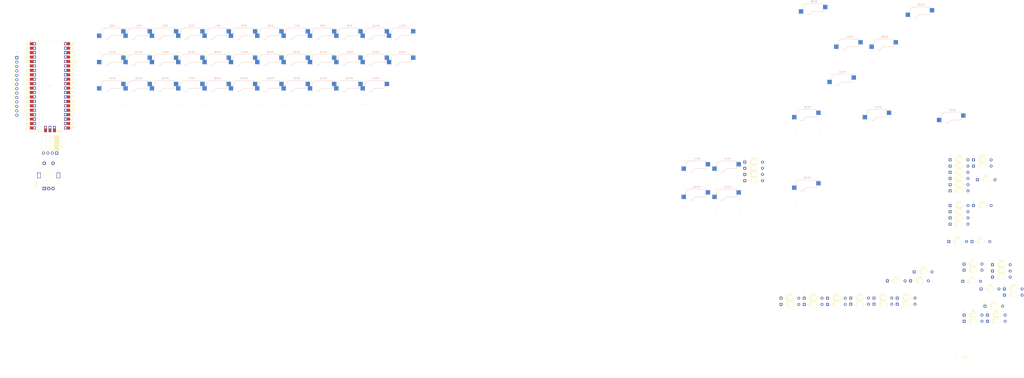
<source format=kicad_pcb>
(kicad_pcb (version 20211014) (generator pcbnew)
  (layers (0 "F.Cu" signal) (31 "B.Cu" signal) (34 "B.Paste" user) (35 "F.Paste" user) (36 "B.SilkS" user "B.Silkscreen") (37 "F.SilkS" user "F.Silkscreen") (38 "B.Mask" user) (39 "F.Mask" user) (44 "Edge.Cuts" user))
  (net 0 "")
  (net 1 "ROW0")
  (net 2 "ROW1")
  (net 3 "ROW2")
  (net 4 "ROW3")
  (net 5 "COL0")
  (net 6 "COL1")
  (net 7 "COL2")
  (net 8 "COL3")
  (net 9 "COL4")
  (net 10 "COL5")
  (net 11 "COL6")
  (net 12 "COL7")
  (net 13 "COL8")
  (net 14 "COL9")
  (net 15 "COL10")
  (net 16 "Net-(SW0-PadS1)")
  (net 17 "Encoder_B")
  (net 19 "Encoder_A")
  (net 20 "DIN")
  (net 21 "I2C1-SDA")
  (net 22 "GND")
  (net 24 "5V")
  (net 31 "Net-(D1-Pad2)")
  (net 32 "Net-(D2-Pad2)")
  (net 33 "Net-(D3-Pad2)")
  (net 34 "Net-(D4-Pad2)")
  (net 35 "Net-(D5-Pad2)")
  (net 36 "Net-(D6-Pad2)")
  (net 37 "Net-(D7-Pad2)")
  (net 38 "Net-(D8-Pad2)")
  (net 39 "Net-(D9-Pad2)")
  (net 40 "Net-(D10-Pad2)")
  (net 41 "Net-(D11-Pad2)")
  (net 42 "Net-(D13-Pad2)")
  (net 43 "Net-(D14-Pad2)")
  (net 44 "Net-(D15-Pad2)")
  (net 45 "Net-(D16-Pad2)")
  (net 46 "Net-(D17-Pad2)")
  (net 47 "Net-(D21-Pad2)")
  (net 48 "Net-(D22-Pad2)")
  (net 49 "Net-(D25-Pad2)")
  (net 50 "Net-(D26-Pad2)")
  (net 51 "Net-(D27-Pad2)")
  (net 52 "Net-(D29-Pad2)")
  (net 53 "Net-(D30-Pad2)")
  (net 54 "Net-(D31-Pad2)")
  (net 55 "Net-(D32-Pad2)")
  (net 56 "Net-(D33-Pad2)")
  (net 57 "Net-(D34-Pad2)")
  (net 58 "Net-(D35-Pad2)")
  (net 59 "Net-(D36-Pad2)")
  (net 60 "Net-(D37-Pad2)")
  (net 61 "Net-(D38-Pad2)")
  (net 62 "Net-(D39-Pad2)")
  (net 63 "Net-(D40-Pad2)")
  (net 64 "Net-(D41-Pad2)")
  (net 65 "Net-(D42-Pad2)")
  (net 66 "Net-(D43-Pad2)")
  (net 67 "Net-(D44-Pad2)")
  (net 68 "PIN_37")
  (net 69 "PIN_36")
  (net 70 "PIN_35")
  (net 71 "PIN_34")
  (net 72 "PIN_33")
  (net 73 "PIN_30")
  (net 74 "PIN_25")
  (net 75 "PIN_24")
  (net 76 "PIN_22")
  (net 77 "PIN_21")
  (net 78 "PIN_41")
  (net 79 "PIN_43")
  (net 80 "COL11")
  (net 81 "Net-(MX35-Pad2)")
  (net 88 "Net-(MX44-Pad2)")
  (net 89 "Net-(MX45-Pad2)")
  (net 90 "Net-(MX46-Pad2)")
  (net 91 "Net-(MX47-Pad2)")
  (net 104 "COL12")
  (footprint "keyswitches:Kailh_socket_MX" (layer "F.Cu") (at 200.81875 93.6625)
    (fp_text reference "MX32" (at 0 -8.255) (layer "B.SilkS") (effects (justify mirror)))
    (fp_text value "MX-NoLED")
    (pad "" np_thru_hole circle locked (at -3.81 -2.54) (size 3 3) (drill 3) (layers *.Cu *.Mask))
    (pad "" np_thru_hole circle locked (at 2.54 -5.08) (size 3 3) (drill 3) (layers *.Cu *.Mask))
    (pad "" np_thru_hole circle locked (at -5.08 0) (size 1.7018 1.7018) (drill 1.7018) (layers *.Cu *.Mask))
    (pad "" np_thru_hole circle locked (at 5.08 0) (size 1.7018 1.7018) (drill 1.7018) (layers *.Cu *.Mask))
    (pad "" np_thru_hole circle locked (at 0 0) (size 3.9878 3.9878) (drill 3.9878) (layers *.Cu *.Mask))
    (pad "1" smd rect locked (at 6.29 -5.08) (size 2.55 2.5) (layers "B.Cu" "B.Paste" "B.Mask") (net 13 "COL8"))
    (pad "2" smd rect locked (at -7.56 -2.54) (size 2.55 2.5) (layers "B.Cu" "B.Paste" "B.Mask") (net 66 "Net-(D43-Pad2)"))
  )
  (footprint "Diode_THT:D_DO-35_SOD27_P10.16mm_Horizontal" (layer "F.Cu") (at 559.695 132.12625)
    (fp_text reference "D30" (at 5.08 -2.12) (layer "F.SilkS"))
    (fp_text value "D_Small")
    (fp_text user "K" (at 0 -1.8) (layer "F.SilkS"))
    (pad "1" thru_hole rect (at 0 0) (size 1.6 1.6) (drill 0.8) (layers *.Cu *.Mask) (net 2 "ROW1"))
    (pad "2" thru_hole oval (at 10.16 0) (size 1.6 1.6) (drill 0.8) (layers *.Cu *.Mask) (net 53 "Net-(D30-Pad2)"))
  )
  (footprint "Diode_THT:D_DO-35_SOD27_P10.16mm_Horizontal" (layer "F.Cu") (at 567.715 224.63125)
    (fp_text reference "D7" (at 5.08 -2.12) (layer "F.SilkS"))
    (fp_text value "D_Small")
    (fp_text user "K" (at 0 -1.8) (layer "F.SilkS"))
    (pad "1" thru_hole rect (at 0 0) (size 1.6 1.6) (drill 0.8) (layers *.Cu *.Mask) (net 2 "ROW1"))
    (pad "2" thru_hole oval (at 10.16 0) (size 1.6 1.6) (drill 0.8) (layers *.Cu *.Mask) (net 37 "Net-(D7-Pad2)"))
  )
  (footprint "keyswitches:Kailh_socket_MX" (layer "F.Cu") (at 140.49375 93.6625)
    (fp_text reference "MX28" (at 0 -8.255) (layer "B.SilkS") (effects (justify mirror)))
    (fp_text value "MX-NoLED")
    (pad "" np_thru_hole circle locked (at 0 0) (size 3.9878 3.9878) (drill 3.9878) (layers *.Cu *.Mask))
    (pad "" np_thru_hole circle locked (at 5.08 0) (size 1.7018 1.7018) (drill 1.7018) (layers *.Cu *.Mask))
    (pad "" np_thru_hole circle locked (at 2.54 -5.08) (size 3 3) (drill 3) (layers *.Cu *.Mask))
    (pad "" np_thru_hole circle locked (at -5.08 0) (size 1.7018 1.7018) (drill 1.7018) (layers *.Cu *.Mask))
    (pad "" np_thru_hole circle locked (at -3.81 -2.54) (size 3 3) (drill 3) (layers *.Cu *.Mask))
    (pad "1" smd rect locked (at 6.29 -5.08) (size 2.55 2.5) (layers "B.Cu" "B.Paste" "B.Mask") (net 9 "COL4"))
    (pad "2" smd rect locked (at -7.56 -2.54) (size 2.55 2.5) (layers "B.Cu" "B.Paste" "B.Mask") (net 51 "Net-(D27-Pad2)"))
  )
  (footprint "Diode_THT:D_DO-35_SOD27_P10.16mm_Horizontal" (layer "F.Cu") (at 559.695 165.37625)
    (fp_text reference "D44" (at 5.08 -2.12) (layer "F.SilkS"))
    (fp_text value "D_Small")
    (fp_text user "K" (at 0 -1.8) (layer "F.SilkS"))
    (pad "1" thru_hole rect (at 0 0) (size 1.6 1.6) (drill 0.8) (layers *.Cu *.Mask) (net 4 "ROW3"))
    (pad "2" thru_hole oval (at 10.16 0) (size 1.6 1.6) (drill 0.8) (layers *.Cu *.Mask) (net 67 "Net-(D44-Pad2)"))
  )
  (footprint "Diode_THT:D_DO-35_SOD27_P10.16mm_Horizontal" (layer "F.Cu") (at 590.725 206.11)
    (fp_text reference "D25" (at 5.08 -2.12) (layer "F.SilkS"))
    (fp_text value "D_Small")
    (fp_text user "K" (at 0 -1.8) (layer "F.SilkS"))
    (pad "1" thru_hole rect (at 0 0) (size 1.6 1.6) (drill 0.8) (layers *.Cu *.Mask) (net 1 "ROW0"))
    (pad "2" thru_hole oval (at 10.16 0) (size 1.6 1.6) (drill 0.8) (layers *.Cu *.Mask) (net 49 "Net-(D25-Pad2)"))
  )
  (footprint "Diode_THT:D_DO-35_SOD27_P10.16mm_Horizontal" (layer "F.Cu") (at 567.70625 191.8225)
    (fp_text reference "D4" (at 5.08 -2.12) (layer "F.SilkS"))
    (fp_text value "D_Small")
    (fp_text user "K" (at 0 -1.8) (layer "F.SilkS"))
    (pad "1" thru_hole rect (at 0 0) (size 1.6 1.6) (drill 0.8) (layers *.Cu *.Mask) (net 3 "ROW2"))
    (pad "2" thru_hole oval (at 10.16 0) (size 1.6 1.6) (drill 0.8) (layers *.Cu *.Mask) (net 34 "Net-(D4-Pad2)"))
  )
  (footprint "Diode_THT:D_DO-35_SOD27_P10.16mm_Horizontal" (layer "F.Cu") (at 579.6125 216.01)
    (fp_text reference "D35" (at 5.08 -2.12) (layer "F.SilkS"))
    (fp_text value "D_Small")
    (fp_text user "K" (at 0 -1.8) (layer "F.SilkS"))
    (pad "1" thru_hole rect (at 0 0) (size 1.6 1.6) (drill 0.8) (layers *.Cu *.Mask) (net 3 "ROW2"))
    (pad "2" thru_hole oval (at 10.16 0) (size 1.6 1.6) (drill 0.8) (layers *.Cu *.Mask) (net 58 "Net-(D35-Pad2)"))
  )
  (footprint "Diode_THT:D_DO-35_SOD27_P10.16mm_Horizontal" (layer "F.Cu") (at 489.4775 214.96375)
    (fp_text reference "D29" (at 5.08 -2.12) (layer "F.SilkS"))
    (fp_text value "D_Small")
    (fp_text user "K" (at 0 -1.8) (layer "F.SilkS"))
    (pad "1" thru_hole rect (at 0 0) (size 1.6 1.6) (drill 0.8) (layers *.Cu *.Mask) (net 1 "ROW0"))
    (pad "2" thru_hole oval (at 10.16 0) (size 1.6 1.6) (drill 0.8) (layers *.Cu *.Mask) (net 52 "Net-(D29-Pad2)"))
  )
  (footprint "Diode_THT:D_DO-35_SOD27_P10.16mm_Horizontal" (layer "F.Cu") (at 581.025 221.08125)
    (fp_text reference "D37" (at 5.08 -2.12) (layer "F.SilkS"))
    (fp_text value "D_Small")
    (fp_text user "K" (at 0 -1.8) (layer "F.SilkS"))
    (pad "1" thru_hole rect (at 0 0) (size 1.6 1.6) (drill 0.8) (layers *.Cu *.Mask) (net 1 "ROW0"))
    (pad "2" thru_hole oval (at 10.16 0) (size 1.6 1.6) (drill 0.8) (layers *.Cu *.Mask) (net 60 "Net-(D37-Pad2)"))
  )
  (footprint "keyswitches:Kailh_socket_MX" (layer "F.Cu") (at 522.3 69.78875)
    (fp_text reference "MX35" (at 0 -8.255) (layer "B.SilkS") (effects (justify mirror)))
    (fp_text value "MX-NoLED")
    (pad "" np_thru_hole circle locked (at 5.08 0) (size 1.7018 1.7018) (drill 1.7018) (layers *.Cu *.Mask))
    (pad "" np_thru_hole circle locked (at 2.54 -5.08) (size 3 3) (drill 3) (layers *.Cu *.Mask))
    (pad "" np_thru_hole circle locked (at -5.08 0) (size 1.7018 1.7018) (drill 1.7018) (layers *.Cu *.Mask))
    (pad "" np_thru_hole circle locked (at 0 0) (size 3.9878 3.9878) (drill 3.9878) (layers *.Cu *.Mask))
    (pad "" np_thru_hole circle locked (at -3.81 -2.54) (size 3 3) (drill 3) (layers *.Cu *.Mask))
    (pad "1" smd rect locked (at 6.29 -5.08) (size 2.55 2.5) (layers "B.Cu" "B.Paste" "B.Mask") (net 80 "COL11"))
    (pad "2" smd rect locked (at -7.56 -2.54) (size 2.55 2.5) (layers "B.Cu" "B.Paste" "B.Mask") (net 81 "Net-(MX35-Pad2)"))
  )
  (footprint "Diode_THT:D_DO-35_SOD27_P10.16mm_Horizontal" (layer "F.Cu") (at 581.025 224.63125)
    (fp_text reference "D38" (at 5.08 -2.12) (layer "F.SilkS"))
    (fp_text value "D_Small")
    (fp_text user "K" (at 0 -1.8) (layer "F.SilkS"))
    (pad "1" thru_hole rect (at 0 0) (size 1.6 1.6) (drill 0.8) (layers *.Cu *.Mask) (net 2 "ROW1"))
    (pad "2" thru_hole oval (at 10.16 0) (size 1.6 1.6) (drill 0.8) (layers *.Cu *.Mask) (net 61 "Net-(D38-Pad2)"))
  )
  (footprint "Diode_THT:D_DO-35_SOD27_P10.16mm_Horizontal" (layer "F.Cu") (at 575.2525 143.52625)
    (fp_text reference "D45" (at 5.08 -2.12) (layer "F.SilkS"))
    (fp_text value "D_Small")
    (fp_text user "K" (at 0 -1.8) (layer "F.SilkS"))
    (pad "1" thru_hole rect (at 0 0) (size 1.6 1.6) (drill 0.8) (layers *.Cu *.Mask) (net 1 "ROW0"))
    (pad "2" thru_hole oval (at 10.16 0) (size 1.6 1.6) (drill 0.8) (layers *.Cu *.Mask) (net 16 "Net-(SW0-PadS1)"))
  )
  (footprint "keyswitches:Kailh_socket_MX" (layer "F.Cu") (at 432.36375 155.84375)
    (fp_text reference "MX45" (at 0 -8.255) (layer "B.SilkS") (effects (justify mirror)))
    (fp_text value "MX-NoLED")
    (pad "" np_thru_hole circle locked (at -5.08 0) (size 1.7018 1.7018) (drill 1.7018) (layers *.Cu *.Mask))
    (pad "" np_thru_hole circle locked (at -3.81 -2.54) (size 3 3) (drill 3) (layers *.Cu *.Mask))
    (pad "" np_thru_hole circle locked (at 2.54 -5.08) (size 3 3) (drill 3) (layers *.Cu *.Mask))
    (pad "" np_thru_hole circle locked (at 0 0) (size 3.9878 3.9878) (drill 3.9878) (layers *.Cu *.Mask))
    (pad "" np_thru_hole circle locked (at 5.08 0) (size 1.7018 1.7018) (drill 1.7018) (layers *.Cu *.Mask))
    (pad "1" smd rect locked (at 6.29 -5.08) (size 2.55 2.5) (layers "B.Cu" "B.Paste" "B.Mask") (net 14 "COL9"))
    (pad "2" smd rect locked (at -7.56 -2.54) (size 2.55 2.5) (layers "B.Cu" "B.Paste" "B.Mask") (net 89 "Net-(MX45-Pad2)"))
  )
  (footprint "keyswitches:Kailh_socket_MX" (layer "F.Cu") (at 125.4125 78.58125)
    (fp_text reference "MX15" (at 0 -8.255) (layer "B.SilkS") (effects (justify mirror)))
    (fp_text value "MX-NoLED")
    (pad "" np_thru_hole circle locked (at -3.81 -2.54) (size 3 3) (drill 3) (layers *.Cu *.Mask))
    (pad "" np_thru_hole circle locked (at 2.54 -5.08) (size 3 3) (drill 3) (layers *.Cu *.Mask))
    (pad "" np_thru_hole circle locked (at 0 0) (size 3.9878 3.9878) (drill 3.9878) (layers *.Cu *.Mask))
    (pad "" np_thru_hole circle locked (at -5.08 0) (size 1.7018 1.7018) (drill 1.7018) (layers *.Cu *.Mask))
    (pad "" np_thru_hole circle locked (at 5.08 0) (size 1.7018 1.7018) (drill 1.7018) (layers *.Cu *.Mask))
    (pad "1" smd rect locked (at 6.29 -5.08) (size 2.55 2.5) (layers "B.Cu" "B.Paste" "B.Mask"))
    (pad "2" smd rect locked (at -7.56 -2.54) (size 2.55 2.5) (layers "B.Cu" "B.Paste" "B.Mask"))
  )
  (footprint "Diode_THT:D_DO-35_SOD27_P10.16mm_Horizontal" (layer "F.Cu") (at 559.695 168.92625)
    (fp_text reference "D17" (at 5.08 -2.12) (layer "F.SilkS"))
    (fp_text value "D_Small")
    (fp_text user "K" (at 0 -1.8) (layer "F.SilkS"))
    (pad "1" thru_hole rect (at 0 0) (size 1.6 1.6) (drill 0.8) (layers *.Cu *.Mask) (net 1 "ROW0"))
    (pad "2" thru_hole oval (at 10.16 0) (size 1.6 1.6) (drill 0.8) (layers *.Cu *.Mask) (net 46 "Net-(D17-Pad2)"))
  )
  (footprint "keyswitches:Kailh_socket_MX" (layer "F.Cu") (at 200.81875 78.58125)
    (fp_text reference "MX20" (at 0 -8.255) (layer "B.SilkS") (effects (justify mirror)))
    (fp_text value "MX-NoLED")
    (pad "" np_thru_hole circle locked (at 2.54 -5.08) (size 3 3) (drill 3) (layers *.Cu *.Mask))
    (pad "" np_thru_hole circle locked (at -5.08 0) (size 1.7018 1.7018) (drill 1.7018) (layers *.Cu *.Mask))
    (pad "" np_thru_hole circle locked (at -3.81 -2.54) (size 3 3) (drill 3) (layers *.Cu *.Mask))
    (pad "" np_thru_hole circle locked (at 0 0) (size 3.9878 3.9878) (drill 3.9878) (layers *.Cu *.Mask))
    (pad "" np_thru_hole circle locked (at 5.08 0) (size 1.7018 1.7018) (drill 1.7018) (layers *.Cu *.Mask))
    (pad "1" smd rect locked (at 6.29 -5.08) (size 2.55 2.5) (layers "B.Cu" "B.Paste" "B.Mask") (net 13 "COL8"))
    (pad "2" smd rect locked (at -7.56 -2.54) (size 2.55 2.5) (layers "B.Cu" "B.Paste" "B.Mask") (net 61 "Net-(D38-Pad2)"))
  )
  (footprint "keyswitches:Kailh_socket_MX" (layer "F.Cu") (at 80.16875 63.5)
    (fp_text reference "MX0" (at 0 -8.255) (layer "B.SilkS") (effects (justify mirror)))
    (fp_text value "MX-NoLED")
    (pad "" np_thru_hole circle locked (at -5.08 0) (size 1.7018 1.7018) (drill 1.7018) (layers *.Cu *.Mask))
    (pad "" np_thru_hole circle locked (at 0 0) (size 3.9878 3.9878) (drill 3.9878) (layers *.Cu *.Mask))
    (pad "" np_thru_hole circle locked (at 5.08 0) (size 1.7018 1.7018) (drill 1.7018) (layers *.Cu *.Mask))
    (pad "" np_thru_hole circle locked (at 2.54 -5.08) (size 3 3) (drill 3) (layers *.Cu *.Mask))
    (pad "" np_thru_hole circle locked (at -3.81 -2.54) (size 3 3) (drill 3) (layers *.Cu *.Mask))
    (pad "1" smd rect locked (at 6.29 -5.08) (size 2.55 2.5) (layers "B.Cu" "B.Paste" "B.Mask") (net 5 "COL0"))
    (pad "2" smd rect locked (at -7.56 -2.54) (size 2.55 2.5) (layers "B.Cu" "B.Paste" "B.Mask") (net 31 "Net-(D1-Pad2)"))
  )
  (footprint "keyswitches:Kailh_socket_MX" (layer "F.Cu") (at 140.49375 63.5)
    (fp_text reference "MX4" (at 0 -8.255) (layer "B.SilkS") (effects (justify mirror)))
    (fp_text value "MX-NoLED")
    (pad "" np_thru_hole circle locked (at -5.08 0) (size 1.7018 1.7018) (drill 1.7018) (layers *.Cu *.Mask))
    (pad "" np_thru_hole circle locked (at 2.54 -5.08) (size 3 3) (drill 3) (layers *.Cu *.Mask))
    (pad "" np_thru_hole circle locked (at -3.81 -2.54) (size 3 3) (drill 3) (layers *.Cu *.Mask))
    (pad "" np_thru_hole circle locked (at 5.08 0) (size 1.7018 1.7018) (drill 1.7018) (layers *.Cu *.Mask))
    (pad "" np_thru_hole circle locked (at 0 0) (size 3.9878 3.9878) (drill 3.9878) (layers *.Cu *.Mask))
    (pad "1" smd rect locked (at 6.29 -5.08) (size 2.55 2.5) (layers "B.Cu" "B.Paste" "B.Mask") (net 9 "COL4"))
    (pad "2" smd rect locked (at -7.56 -2.54) (size 2.55 2.5) (layers "B.Cu" "B.Paste" "B.Mask") (net 46 "Net-(D17-Pad2)"))
  )
  (footprint "keyswitches:Kailh_socket_MX" (layer "F.Cu") (at 170.65625 63.5)
    (fp_text reference "MX6" (at 0 -8.255) (layer "B.SilkS") (effects (justify mirror)))
    (fp_text value "MX-NoLED")
    (pad "" np_thru_hole circle locked (at -3.81 -2.54) (size 3 3) (drill 3) (layers *.Cu *.Mask))
    (pad "" np_thru_hole circle locked (at 5.08 0) (size 1.7018 1.7018) (drill 1.7018) (layers *.Cu *.Mask))
    (pad "" np_thru_hole circle locked (at -5.08 0) (size 1.7018 1.7018) (drill 1.7018) (layers *.Cu *.Mask))
    (pad "" np_thru_hole circle locked (at 2.54 -5.08) (size 3 3) (drill 3) (layers *.Cu *.Mask))
    (pad "" np_thru_hole circle locked (at 0 0) (size 3.9878 3.9878) (drill 3.9878) (layers *.Cu *.Mask))
    (pad "1" smd rect locked (at 6.29 -5.08) (size 2.55 2.5) (layers "B.Cu" "B.Paste" "B.Mask") (net 11 "COL6"))
    (pad "2" smd rect locked (at -7.56 -2.54) (size 2.55 2.5) (layers "B.Cu" "B.Paste" "B.Mask") (net 49 "Net-(D25-Pad2)"))
  )
  (footprint "keyswitches:Kailh_socket_MX" (layer "F.Cu") (at 185.7375 78.58125)
    (fp_text reference "MX19" (at 0 -8.255) (layer "B.SilkS") (effects (justify mirror)))
    (fp_text value "MX-NoLED")
    (pad "" np_thru_hole circle locked (at 5.08 0) (size 1.7018 1.7018) (drill 1.7018) (layers *.Cu *.Mask))
    (pad "" np_thru_hole circle locked (at -3.81 -2.54) (size 3 3) (drill 3) (layers *.Cu *.Mask))
    (pad "" np_thru_hole circle locked (at -5.08 0) (size 1.7018 1.7018) (drill 1.7018) (layers *.Cu *.Mask))
    (pad "" np_thru_hole circle locked (at 2.54 -5.08) (size 3 3) (drill 3) (layers *.Cu *.Mask))
    (pad "" np_thru_hole circle locked (at 0 0) (size 3.9878 3.9878) (drill 3.9878) (layers *.Cu *.Mask))
    (pad "1" smd rect locked (at 6.29 -5.08) (size 2.55 2.5) (layers "B.Cu" "B.Paste" "B.Mask") (net 12 "COL7"))
    (pad "2" smd rect locked (at -7.56 -2.54) (size 2.55 2.5) (layers "B.Cu" "B.Paste" "B.Mask") (net 57 "Net-(D34-Pad2)"))
  )
  (footprint "Diode_THT:D_DO-35_SOD27_P10.16mm_Horizontal" (layer "F.Cu") (at 537.03625 201.47)
    (fp_text reference "D36" (at 5.08 -2.12) (layer "F.SilkS"))
    (fp_text value "D_Small")
    (fp_text user "K" (at 0 -1.8) (layer "F.SilkS"))
    (pad "1" thru_hole rect (at 0 0) (size 1.6 1.6) (drill 0.8) (layers *.Cu *.Mask) (net 4 "ROW3"))
    (pad "2" thru_hole oval (at 10.16 0) (size 1.6 1.6) (drill 0.8) (layers *.Cu *.Mask) (net 59 "Net-(D36-Pad2)"))
  )
  (footprint "keyswitches:Kailh_socket_MX" (layer "F.Cu") (at 432.36375 139.69375)
    (fp_text reference "MX44" (at 0 -8.255) (layer "B.SilkS") (effects (justify mirror)))
    (fp_text value "MX-NoLED")
    (pad "" np_thru_hole circle locked (at -3.81 -2.54) (size 3 3) (drill 3) (layers *.Cu *.Mask))
    (pad "" np_thru_hole circle locked (at 2.54 -5.08) (size 3 3) (drill 3) (layers *.Cu *.Mask))
    (pad "" np_thru_hole circle locked (at -5.08 0) (size 1.7018 1.7018) (drill 1.7018) (layers *.Cu *.Mask))
    (pad "" np_thru_hole circle locked (at 5.08 0) (size 1.7018 1.7018) (drill 1.7018) (layers *.Cu *.Mask))
    (pad "" np_thru_hole circle locked (at 0 0) (size 3.9878 3.9878) (drill 3.9878) (layers *.Cu *.Mask))
    (pad "1" smd rect locked (at 6.29 -5.08) (size 2.55 2.5) (layers "B.Cu" "B.Paste" "B.Mask") (net 13 "COL8"))
    (pad "2" smd rect locked (at -7.56 -2.54) (size 2.55 2.5) (layers "B.Cu" "B.Paste" "B.Mask") (net 88 "Net-(MX44-Pad2)"))
  )
  (footprint "Diode_THT:D_DO-35_SOD27_P10.16mm_Horizontal" (layer "F.Cu") (at 476.1675 211.41375)
    (fp_text reference "D13" (at 5.08 -2.12) (layer "F.SilkS"))
    (fp_text value "D_Small")
    (fp_text user "K" (at 0 -1.8) (layer "F.SilkS"))
    (pad "1" thru_hole rect (at 0 0) (size 1.6 1.6) (drill 0.8) (layers *.Cu *.Mask) (net 1 "ROW0"))
    (pad "2" thru_hole oval (at 10.16 0) (size 1.6 1.6) (drill 0.8) (layers *.Cu *.Mask) (net 42 "Net-(D13-Pad2)"))
  )
  (footprint "Diode_THT:D_DO-35_SOD27_P10.16mm_Horizontal" (layer "F.Cu") (at 573.005 158.27625)
    (fp_text reference "D22" (at 5.08 -2.12) (layer "F.SilkS"))
    (fp_text value "D_Small")
    (fp_text user "K" (at 0 -1.8) (layer "F.SilkS"))
    (pad "1" thru_hole rect (at 0 0) (size 1.6 1.6) (drill 0.8) (layers *.Cu *.Mask) (net 2 "ROW1"))
    (pad "2" thru_hole oval (at 10.16 0) (size 1.6 1.6) (drill 0.8) (layers *.Cu *.Mask) (net 48 "Net-(D22-Pad2)"))
  )
  (footprint "keyswitches:Kailh_socket_MX" (layer "F.Cu") (at 246.0625 63.5)
    (fp_text reference "MX11" (at 0 -8.255) (layer "B.SilkS") (effects (justify mirror)))
    (fp_text value "MX-NoLED")
    (pad "" np_thru_hole circle locked (at -5.08 0) (size 1.7018 1.7018) (drill 1.7018) (layers *.Cu *.Mask))
    (pad "" np_thru_hole circle locked (at -3.81 -2.54) (size 3 3) (drill 3) (layers *.Cu *.Mask))
    (pad "" np_thru_hole circle locked (at 5.08 0) (size 1.7018 1.7018) (drill 1.7018) (layers *.Cu *.Mask))
    (pad "" np_thru_hole circle locked (at 2.54 -5.08) (size 3 3) (drill 3) (layers *.Cu *.Mask))
    (pad "" np_thru_hole circle locked (at 0 0) (size 3.9878 3.9878) (drill 3.9878) (layers *.Cu *.Mask))
    (pad "1" smd rect locked (at 6.29 -5.08) (size 2.55 2.5) (layers "B.Cu" "B.Paste" "B.Mask") (net 80 "COL11"))
    (pad "2" smd rect locked (at -7.56 -2.54) (size 2.55 2.5) (layers "B.Cu" "B.Paste" "B.Mask") (net 32 "Net-(D2-Pad2)"))
  )
  (footprint "keyswitches:Kailh_socket_MX" (layer "F.Cu") (at 478.02 110.18875)
    (fp_text reference "MX36" (at 0 -8.255) (layer "B.SilkS") (effects (justify mirror)))
    (fp_text value "MX-NoLED")
    (pad "" np_thru_hole circle locked (at -5.08 0) (size 1.7018 1.7018) (drill 1.7018) (layers *.Cu *.Mask))
    (pad "" np_thru_hole circle locked (at 0 0) (size 3.9878 3.9878) (drill 3.9878) (layers *.Cu *.Mask))
    (pad "" np_thru_hole circle locked (at -3.81 -2.54) (size 3 3) (drill 3) (layers *.Cu *.Mask))
    (pad "" np_thru_hole circle locked (at 5.08 0) (size 1.7018 1.7018) (drill 1.7018) (layers *.Cu *.Mask))
    (pad "" np_thru_hole circle locked (at 2.54 -5.08) (size 3 3) (drill 3) (layers *.Cu *.Mask))
    (pad "1" smd rect locked (at 6.29 -5.08) (size 2.55 2.5) (layers "B.Cu" "B.Paste" "B.Mask") (net 5 "COL0"))
    (pad "2" smd rect locked (at -7.56 -2.54) (size 2.55 2.5) (layers "B.Cu" "B.Paste" "B.Mask") (net 45 "Net-(D16-Pad2)"))
  )
  (footprint "keyswitches:Kailh_socket_MX" (layer "F.Cu") (at 110.33125 78.58125)
    (fp_text reference "MX14" (at 0 -8.255) (layer "B.SilkS") (effects (justify mirror)))
    (fp_text value "MX-NoLED")
    (pad "" np_thru_hole circle locked (at 5.08 0) (size 1.7018 1.7018) (drill 1.7018) (layers *.Cu *.Mask))
    (pad "" np_thru_hole circle locked (at -3.81 -2.54) (size 3 3) (drill 3) (layers *.Cu *.Mask))
    (pad "" np_thru_hole circle locked (at 0 0) (size 3.9878 3.9878) (drill 3.9878) (layers *.Cu *.Mask))
    (pad "" np_thru_hole circle locked (at 2.54 -5.08) (size 3 3) (drill 3) (layers *.Cu *.Mask))
    (pad "" np_thru_hole circle locked (at -5.08 0) (size 1.7018 1.7018) (drill 1.7018) (layers *.Cu *.Mask))
    (pad "1" smd rect locked (at 6.29 -5.08) (size 2.55 2.5) (layers "B.Cu" "B.Paste" "B.Mask") (net 7 "COL2"))
    (pad "2" smd rect locked (at -7.56 -2.54) (size 2.55 2.5) (layers "B.Cu" "B.Paste" "B.Mask") (net 43 "Net-(D14-Pad2)"))
  )
  (footprint "keyswitches:Kailh_socket_MX" (layer "F.Cu") (at 414.73375 139.69375)
    (fp_text reference "MX47" (at 0 -8.255) (layer "B.SilkS") (effects (justify mirror)))
    (fp_text value "MX-NoLED")
    (pad "" np_thru_hole circle locked (at -3.81 -2.54) (size 3 3) (drill 3) (layers *.Cu *.Mask))
    (pad "" np_thru_hole circle locked (at 0 0) (size 3.9878 3.9878) (drill 3.9878) (layers *.Cu *.Mask))
    (pad "" np_thru_hole circle locked (at -5.08 0) (size 1.7018 1.7018) (drill 1.7018) (layers *.Cu *.Mask))
    (pad "" np_thru_hole circle locked (at 2.54 -5.08) (size 3 3) (drill 3) (layers *.Cu *.Mask))
    (pad "" np_thru_hole circle locked (at 5.08 0) (size 1.7018 1.7018) (drill 1.7018) (layers *.Cu *.Mask))
    (pad "1" smd rect locked (at 6.29 -5.08) (size 2.55 2.5) (layers "B.Cu" "B.Paste" "B.Mask") (net 80 "COL11"))
    (pad "2" smd rect locked (at -7.56 -2.54) (size 2.55 2.5) (layers "B.Cu" "B.Paste" "B.Mask") (net 91 "Net-(MX47-Pad2)"))
  )
  (footprint "Diode_THT:D_DO-35_SOD27_P10.16mm_Horizontal" (layer "F.Cu") (at 559.695 161.82625)
    (fp_text reference "D39" (at 5.08 -2.12) (layer "F.SilkS"))
    (fp_text value "D_Small")
    (fp_text user "K" (at 0 -1.8) (layer "F.SilkS"))
    (pad "1" thru_hole rect (at 0 0) (size 1.6 1.6) (drill 0.8) (layers *.Cu *.Mask) (net 3 "ROW2"))
    (pad "2" thru_hole oval (at 10.16 0) (size 1.6 1.6) (drill 0.8) (layers *.Cu *.Mask) (net 62 "Net-(D39-Pad2)"))
  )
  (footprint "keyswitches:Kailh_socket_MX" (layer "F.Cu") (at 215.9 78.58125)
    (fp_text reference "MX21" (at 0 -8.255) (layer "B.SilkS") (effects (justify mirror)))
    (fp_text value "MX-NoLED")
    (pad "" np_thru_hole circle locked (at 5.08 0) (size 1.7018 1.7018) (drill 1.7018) (layers *.Cu *.Mask))
    (pad "" np_thru_hole circle locked (at -3.81 -2.54) (size 3 3) (drill 3) (layers *.Cu *.Mask))
    (pad "" np_thru_hole circle locked (at 0 0) (size 3.9878 3.9878) (drill 3.9878) (layers *.Cu *.Mask))
    (pad "" np_thru_hole circle locked (at 2.54 -5.08) (size 3 3) (drill 3) (layers *.Cu *.Mask))
    (pad "" np_thru_hole circle locked (at -5.08 0) (size 1.7018 1.7018) (drill 1.7018) (layers *.Cu *.Mask))
    (pad "1" smd rect locked (at 6.29 -5.08) (size 2.55 2.5) (layers "B.Cu" "B.Paste" "B.Mask") (net 14 "COL9"))
    (pad "2" smd rect locked (at -7.56 -2.54) (size 2.55 2.5) (layers "B.Cu" "B.Paste" "B.Mask") (net 65 "Net-(D42-Pad2)"))
  )
  (footprint "Diode_THT:D_DO-35_SOD27_P10.16mm_Horizontal" (layer "F.Cu") (at 559.695 135.67625)
    (fp_text reference "D6" (at 5.08 -2.12) (layer "F.SilkS"))
    (fp_text value "D_Small")
    (fp_text user "K" (at 0 -1.8) (layer "F.SilkS"))
    (pad "1" thru_hole rect (at 0 0) (size 1.6 1.6) (drill 0.8) (layers *.Cu *.Mask) (net 2 "ROW1"))
    (pad "2" thru_hole oval (at 10.16 0) (size 1.6 1.6) (drill 0.8) (layers *.Cu *.Mask) (net 36 "Net-(D6-Pad2)"))
  )
  (footprint "keyswitches:Kailh_socket_MX" (layer "F.Cu") (at 414.73375 155.84375)
    (fp_text reference "MX46" (at 0 -8.255) (layer "B.SilkS") (effects (justify mirror)))
    (fp_text value "MX-NoLED")
    (pad "" np_thru_hole circle locked (at -5.08 0) (size 1.7018 1.7018) (drill 1.7018) (layers *.Cu *.Mask))
    (pad "" np_thru_hole circle locked (at 2.54 -5.08) (size 3 3) (drill 3) (layers *.Cu *.Mask))
    (pad "" np_thru_hole circle locked (at 0 0) (size 3.9878 3.9878) (drill 3.9878) (layers *.Cu *.Mask))
    (pad "" np_thru_hole circle locked (at -3.81 -2.54) (size 3 3) (drill 3) (layers *.Cu *.Mask))
    (pad "" np_thru_hole circle locked (at 5.08 0) (size 1.7018 1.7018) (drill 1.7018) (layers *.Cu *.Mask))
    (pad "1" smd rect locked (at 6.29 -5.08) (size 2.55 2.5) (layers "B.Cu" "B.Paste" "B.Mask") (net 15 "COL10"))
    (pad "2" smd rect locked (at -7.56 -2.54) (size 2.55 2.5) (layers "B.Cu" "B.Paste" "B.Mask") (net 90 "Net-(MX46-Pad2)"))
  )
  (footprint "keyswitches:Kailh_socket_MX" (layer "F.Cu") (at 95.25 78.58125)
    (fp_text reference "MX13" (at 0 -8.255) (layer "B.SilkS") (effects (justify mirror)))
    (fp_text value "MX-NoLED")
    (pad "" np_thru_hole circle locked (at -3.81 -2.54) (size 3 3) (drill 3) (layers *.Cu *.Mask))
    (pad "" np_thru_hole circle locked (at -5.08 0) (size 1.7018 1.7018) (drill 1.7018) (layers *.Cu *.Mask))
    (pad "" np_thru_hole circle locked (at 0 0) (size 3.9878 3.9878) (drill 3.9878) (layers *.Cu *.Mask))
    (pad "" np_thru_hole circle locked (at 2.54 -5.08) (size 3 3) (drill 3) (layers *.Cu *.Mask))
    (pad "" np_thru_hole circle locked (at 5.08 0) (size 1.7018 1.7018) (drill 1.7018) (layers *.Cu *.Mask))
    (pad "1" smd rect locked (at 6.29 -5.08) (size 2.55 2.5) (layers "B.Cu" "B.Paste" "B.Mask") (net 6 "COL1"))
    (pad "2" smd rect locked (at -7.56 -2.54) (size 2.55 2.5) (layers "B.Cu" "B.Paste" "B.Mask") (net 40 "Net-(D10-Pad2)"))
  )
  (footprint "Diode_THT:D_DO-35_SOD27_P10.16mm_Horizontal" (layer "F.Cu") (at 489.4775 211.41375)
    (fp_text reference "D18" (at 5.08 -2.12) (layer "F.SilkS"))
    (fp_text value "D_Small")
    (fp_text user "K" (at 0 -1.8) (layer "F.SilkS"))
    (pad "1" thru_hole rect (at 0 0) (size 1.6 1.6) (drill 0.8) (layers *.Cu *.Mask) (net 2 "ROW1"))
    (pad "2" thru_hole oval (at 10.16 0) (size 1.6 1.6) (drill 0.8) (layers *.Cu *.Mask))
  )
  (footprint "Diode_THT:D_DO-35_SOD27_P10.16mm_Horizontal" (layer "F.Cu") (at 462.8575 211.41375)
    (fp_text reference "D40" (at 5.08 -2.12) (layer "F.SilkS"))
    (fp_text value "D_Small")
    (fp_text user "K" (at 0 -1.8) (layer "F.SilkS"))
    (pad "1" thru_hole rect (at 0 0) (size 1.6 1.6) (drill 0.8) (layers *.Cu *.Mask) (net 4 "ROW3"))
    (pad "2" thru_hole oval (at 10.16 0) (size 1.6 1.6) (drill 0.8) (layers *.Cu *.Mask) (net 63 "Net-(D40-Pad2)"))
  )
  (footprint "Diode_THT:D_DO-35_SOD27_P10.16mm_Horizontal" (layer "F.Cu") (at 523.72625 201.47)
    (fp_text reference "D42" (at 5.08 -2.12) (layer "F.SilkS"))
    (fp_text value "D_Small")
    (fp_text user "K" (at 0 -1.8) (layer "F.SilkS"))
    (pad "1" thru_hole rect (at 0 0) (size 1.6 1.6) (drill 0.8) (layers *.Cu *.Mask) (net 2 "ROW1"))
    (pad "2" thru_hole oval (at 10.16 0) (size 1.6 1.6) (drill 0.8) (layers *.Cu *.Mask) (net 65 "Net-(D42-Pad2)"))
  )
  (footprint "Connector_PinSocket_2.54mm:PinSocket_1x04_P2.54mm_Horizontal" (layer "F.Cu") (at 48.3 128.225 -90)
    (fp_text reference "OL1" (at -4.38 -2.77 90) (layer "F.SilkS"))
    (fp_text value "OLED")
    (pad "1" thru_hole rect (at 0 0 270) (size 1.7 1.7) (drill 1) (layers *.Cu *.Mask) (net 21 "I2C1-SDA"))
    (pad "2" thru_hole oval (at 0 2.54 270) (size 1.7 1.7) (drill 1) (layers *.Cu *.Mask) (net 21 "I2C1-SDA"))
    (pad "3" thru_hole oval (at 0 5.08 270) (size 1.7 1.7) (drill 1) (layers *.Cu *.Mask) (net 24 "5V"))
    (pad "4" thru_hole oval (at 0 7.62 270) (size 1.7 1.7) (drill 1) (layers *.Cu *.Mask) (net 22 "GND"))
  )
  (footprint "Diode_THT:D_DO-35_SOD27_P10.16mm_Horizontal" (layer "F.Cu") (at 583.89875 199.34125)
    (fp_text reference "D12" (at 5.08 -2.12) (layer "F.SilkS"))
    (fp_text value "D_Small")
    (fp_text user "K" (at 0 -1.8) (layer "F.SilkS"))
    (pad "1" thru_hole rect (at 0 0) (size 1.6 1.6) (drill 0.8) (layers *.Cu *.Mask) (net 3 "ROW2"))
    (pad "2" thru_hole oval (at 10.16 0) (size 1.6 1.6) (drill 0.8) (layers *.Cu *.Mask) (net 81 "Net-(MX35-Pad2)"))
  )
  (footprint "keyswitches:Kailh_socket_MX" (layer "F.Cu") (at 125.4125 93.6625)
    (fp_text reference "MX27" (at 0 -8.255) (layer "B.SilkS") (effects (justify mirror)))
    (fp_text value "MX-NoLED")
    (pad "" np_thru_hole circle locked (at -3.81 -2.54) (size 3 3) (drill 3) (layers *.Cu *.Mask))
    (pad "" np_thru_hole circle locked (at 0 0) (size 3.9878 3.9878) (drill 3.9878) (layers *.Cu *.Mask))
    (pad "" np_thru_hole circle locked (at 5.08 0) (size 1.7018 1.7018) (drill 1.7018) (layers *.Cu *.Mask))
    (pad "" np_thru_hole circle locked (at 2.54 -5.08) (size 3 3) (drill 3) (layers *.Cu *.Mask))
    (pad "" np_thru_hole circle locked (at -5.08 0) (size 1.7018 1.7018) (drill 1.7018) (layers *.Cu *.Mask))
    (pad "1" smd rect locked (at 6.29 -5.08) (size 2.55 2.5) (layers "B.Cu" "B.Paste" "B.Mask"))
    (pad "2" smd rect locked (at -7.56 -2.54) (size 2.55 2.5) (layers "B.Cu" "B.Paste" "B.Mask"))
  )
  (footprint "Rotary_Encoder:RotaryEncoder_Alps_EC11E-Switch_Vertical_H20mm" (layer "F.Cu") (at 41.15625 148.5375 90)
    (fp_text reference "SW0" (at 2.8 -4.7 90) (layer "F.SilkS"))
    (fp_text value "RotaryEncoder_Switch")
    (pad "A" thru_hole rect locked (at 0 0 90) (size 2 2) (drill 1) (layers *.Cu *.Mask) (net 19 "Encoder_A"))
    (pad "B" thru_hole circle locked (at 0 5 90) (size 2 2) (drill 1) (layers *.Cu *.Mask) (net 17 "Encoder_B"))
    (pad "C" thru_hole circle locked (at 0 2.5 90) (size 2 2) (drill 1) (layers *.Cu *.Mask) (net 22 "GND"))
    (pad "MP" thru_hole rect locked (at 7.5 -3.1 90) (size 3.2 2) (drill oval 2.8 1.5) (layers *.Cu *.Mask))
    (pad "MP" thru_hole rect locked (at 7.5 8.1 90) (size 3.2 2) (drill oval 2.8 1.5) (layers *.Cu *.Mask))
    (pad "S1" thru_hole circle locked (at 14.5 5 90) (size 2 2) (drill 1) (layers *.Cu *.Mask) (net 16 "Net-(SW0-PadS1)"))
    (pad "S2" thru_hole circle locked (at 14.5 0 90) (size 2 2) (drill 1) (layers *.Cu *.Mask) (net 104 "COL12"))
  )
  (footprint "MCU_RaspberryPi_and_Boards:RPi_Pico_SMD_TH" (layer "F.Cu") (at 44.45 89.69375)
    (fp_text reference "U1" (at 0 0) (layer "F.SilkS"))
    (fp_text value "Pico")
    (fp_text user "GP13" (at -13.054 16.51 45) (layer "F.SilkS") (effects (font (size 0.8 0.8))))
    (fp_text user "GND" (at -12.8 -6.35 45) (layer "F.SilkS") (effects (font (size 0.8 0.8))))
    (fp_text user "GP8" (at -12.8 1.27 45) (layer "F.SilkS") (effects (font (size 0.8 0.8))))
    (fp_text user "GP22" (at 13.054 3.81 45) (layer "F.SilkS") (effects (font (size 0.8 0.8))))
    (fp_text user "GP5" (at -12.8 -8.89 45) (layer "F.SilkS") (effects (font (size 0.8 0.8))))
    (fp_text user "GP17" (at 13.054 21.59 45) (layer "F.SilkS") (effects (font (size 0.8 0.8))))
    (fp_text user "VSYS" (at 13.2 -21.59 45) (layer "F.SilkS") (effects (font (size 0.8 0.8))))
    (fp_text user "GP4" (at -12.8 -11.43 45) (layer "F.SilkS") (effects (font (size 0.8 0.8))))
    (fp_text user "SWCLK" (at -5.7 26.2) (layer "F.SilkS") (effects (font (size 0.8 0.8))))
    (fp_text user "ADC_VREF" (at 14 -12.5 45) (layer "F.SilkS") (effects (font (size 0.8 0.8))))
    (fp_text user "GP1" (at -12.9 -21.6 45) (layer "F.SilkS") (effects (font (size 0.8 0.8))))
    (fp_text user "GP28" (at 13.054 -9.144 45) (layer "F.SilkS") (effects (font (size 0.8 0.8))))
    (fp_text user "3V3" (at 12.9 -13.9 45) (layer "F.SilkS") (effects (font (size 0.8 0.8))))
    (fp_text user "GP16" (at 13.054 24.13 45) (layer "F.SilkS") (effects (font (size 0.8 0.8))))
    (fp_text user "GND" (at -12.8 19.05 45) (layer "F.SilkS") (effects (font (size 0.8 0.8))))
    (fp_text user "GND" (at -12.8 -19.05 45) (layer "F.SilkS") (effects (font (size 0.8 0.8))))
    (fp_text user "GP26" (at 13.054 -1.27 45) (layer "F.SilkS") (effects (font (size 0.8 0.8))))
    (fp_text user "GP12" (at -13.2 13.97 45) (layer "F.SilkS") (effects (font (size 0.8 0.8))))
    (fp_text user "GP20" (at 13.054 11.43 45) (layer "F.SilkS") (effects (font (size 0.8 0.8))))
    (fp_text user "GP11" (at -13.2 11.43 45) (layer "F.SilkS") (effects (font (size 0.8 0.8))))
    (fp_text user "GP10" (at -13.054 8.89 45) (layer "F.SilkS") (effects (font (size 0.8 0.8))))
    (fp_text user "GND" (at 12.8 -19.05 45) (layer "F.SilkS") (effects (font (size 0.8 0.8))))
    (fp_text user "VBUS" (at 13.3 -24.2 45) (layer "F.SilkS") (effects (font (size 0.8 0.8))))
    (fp_text user "GND" (at 12.8 19.05 45) (layer "F.SilkS") (effects (font (size 0.8 0.8))))
    (fp_text user "GND" (at 12.8 6.35 45) (layer "F.SilkS") (effects (font (size 0.8 0.8))))
    (fp_text user "3V3_EN" (at 13.7 -17.2 45) (layer "F.SilkS") (effects (font (size 0.8 0.8))))
    (fp_text user "SWDIO" (at 5.6 26.2) (layer "F.SilkS") (effects (font (size 0.8 0.8))))
    (fp_text user "GND" (at -12.8 6.35 45) (layer "F.SilkS") (effects (font (size 0.8 0.8))))
    (fp_text user "GP19" (at 13.054 13.97 45) (layer "F.SilkS") (effects (font (size 0.8 0.8))))
    (fp_text user "AGND" (at 13.054 -6.35 45) (layer "F.SilkS") (effects (font (size 0.8 0.8))))
    (fp_text user "GP9" (at -12.8 3.81 45) (layer "F.SilkS") (effects (font (size 0.8 0.8))))
    (fp_text user "GP15" (at -13.054 24.13 45) (layer "F.SilkS") (effects (font (size 0.8 0.8))))
    (fp_text user "GP0" (at -12.8 -24.13 45) (layer "F.SilkS") (effects (font (size 0.8 0.8))))
    (fp_text user "GP14" (at -13.1 21.59 45) (layer "F.SilkS") (effects (font (size 0.8 0.8))))
    (fp_text user "GP3" (at -12.8 -13.97 45) (layer "F.SilkS") (effects (font (size 0.8 0.8))))
    (fp_text user "GP6" (at -12.8 -3.81 45) (layer "F.SilkS") (effects (font (size 0.8 0.8))))
    (fp_text user "GP18" (at 13.054 16.51 45) (layer "F.SilkS") (effects (font (size 0.8 0.8))))
    (fp_text user "GP27" (at 13.054 -3.8 45) (layer "F.SilkS") (effects (font (size 0.8 0.8))))
    (fp_text user "GP2" (at -12.9 -16.51 45) (layer "F.SilkS") (effects (font (size 0.8 0.8))))
    (fp_text user "RUN" (at 13 1.27 45) (layer "F.SilkS") (effects (font (size 0.8 0.8))))
    (fp_text user "GP7" (at -12.7 -1.3 45) (layer "F.SilkS") (effects (font (size 0.8 0.8))))
    (fp_text user "GP21" (at 13.054 8.9 45) (layer "F.SilkS") (effects (font (size 0.8 0.8))))
    (pad "" np_thru_hole oval (at 2.725 -24) (size 1.8 1.8) (drill 1.8) (layers *.Cu *.Mask))
    (pad "" np_thru_hole oval (at -2.425 -20.97) (size 1.5 1.5) (drill 1.5) (layers *.Cu *.Mask))
    (pad "" np_thru_hole oval (at -2.725 -24) (size 1.8 1.8) (drill 1.8) (layers *.Cu *.Mask))
    (pad "" np_thru_hole oval (at 2.425 -20.97) (size 1.5 1.5) (drill 1.5) (layers *.Cu *.Mask))
    (pad "1" thru_hole oval (at -8.89 -24.13) (size 1.7 1.7) (drill 1.02) (layers *.Cu *.Mask) (net 1 "ROW0"))
    (pad "1" smd rect (at -8.89 -24.13) (size 3.5 1.7) (drill (offset -0.9 0)) (layers "F.Cu" "F.Mask") (net 1 "ROW0"))
    (pad "2" thru_hole oval (at -8.89 -21.59) (size 1.7 1.7) (drill 1.02) (layers *.Cu *.Mask) (net 2 "ROW1"))
    (pad "2" smd rect (at -8.89 -21.59) (size 3.5 1.7) (drill (offset -0.9 0)) (layers "F.Cu" "F.Mask") (net 2 "ROW1"))
    (pad "3" thru_hole rect (at -8.89 -19.05) (size 1.7 1.7) (drill 1.02) (layers *.Cu *.Mask))
    (pad "3" smd rect (at -8.89 -19.05) (size 3.5 1.7) (drill (offset -0.9 0)) (layers "F.Cu" "F.Mask"))
    (pad "4" smd rect (at -8.89 -16.51) (size 3.5 1.7) (drill (offset -0.9 0)) (layers "F.Cu" "F.Mask") (net 3 "ROW2"))
    (pad "4" thru_hole oval (at -8.89 -16.51) (size 1.7 1.7) (drill 1.02) (layers *.Cu *.Mask) (net 3 "ROW2"))
    (pad "5" smd rect (at -8.89 -13.97) (size 3.5 1.7) (drill (offset -0.9 0)) (layers "F.Cu" "F.Mask") (net 4 "ROW3"))
    (pad "5" thru_hole oval (at -8.89 -13.97) (size 1.7 1.7) (drill 1.02) (layers *.Cu *.Mask) (net 4 "ROW3"))
    (pad "6" thru_hole oval (at -8.89 -11.43) (size 1.7 1.7) (drill 1.02) (layers *.Cu *.Mask) (net 5 "COL0"))
    (pad "6" smd rect (at -8.89 -11.43) (size 3.5 1.7) (drill (offset -0.9 0)) (layers "F.Cu" "F.Mask") (net 5 "COL0"))
    (pad "7" thru_hole oval (at -8.89 -8.89) (size 1.7 1.7) (drill 1.02) (layers *.Cu *.Mask) (net 6 "COL1"))
    (pad "7" smd rect (at -8.89 -8.89) (size 3.5 1.7) (drill (offset -0.9 0)) (layers "F.Cu" "F.Mask") (net 6 "COL1"))
    (pad "8" thru_hole rect (at -8.89 -6.35) (size 1.7 1.7) (drill 1.02) (layers *.Cu *.Mask))
    (pad "8" smd rect (at -8.89 -6.35) (size 3.5 1.7) (drill (offset -0.9 0)) (layers "F.Cu" "F.Mask"))
    (pad "9" smd rect (at -8.89 -3.81) (size 3.5 1.7) (drill (offset -0.9 0)) (layers "F.Cu" "F.Mask") (net 7 "COL2"))
    (pad "9" thru_hole oval (at -8.89 -3.81) (size 1.7 1.7) (drill 1.02) (layers *.Cu *.Mask) (net 7 "COL2"))
    (pad "10" smd rect (at -8.89 -1.27) (size 3.5 1.7) (drill (offset -0.9 0)) (layers "F.Cu" "F.Mask") (net 8 "COL3"))
    (pad "10" thru_hole oval (at -8.89 -1.27) (size 1.7 1.7) (drill 1.02) (layers *.Cu *.Mask) (net 8 "COL3"))
    (pad "11" smd rect (at -8.89 1.27) (size 3.5 1.7) (drill (offset -0.9 0)) (layers "F.Cu" "F.Mask") (net 9 "COL4"))
    (pad "11" thru_hole oval (at -8.89 1.27) (size 1.7 1.7) (drill 1.02) (layers *.Cu *.Mask) (net 9 "COL4"))
    (pad "12" smd rect (at -8.89 3.81) (size 3.5 1.7) (drill (offset -0.9 0)) (layers "F.Cu" "F.Mask") (net 10 "COL5"))
    (pad "12" thru_hole oval (at -8.89 3.81) (size 1.7 1.7) (drill 1.02) (layers *.Cu *.Mask) (net 10 "COL5"))
    (pad "13" smd rect (at -8.89 6.35) (size 3.5 1.7) (drill (offset -0.9 0)) (layers "F.Cu" "F.Mask"))
    (pad "13" thru_hole rect (at -8.89 6.35) (size 1.7 1.7) (drill 1.02) (layers *.Cu *.Mask))
    (pad "14" thru_hole oval (at -8.89 8.89) (size 1.7 1.7) (drill 1.02) (layers *.Cu *.Mask) (net 11 "COL6"))
    (pad "14" smd rect (at -8.89 8.89) (size 3.5 1.7) (drill (offset -0.9 0)) (layers "F.Cu" "F.Mask") (net 11 "COL6"))
    (pad "15" smd rect (at -8.89 11.43) (size 3.5 1.7) (drill (offset -0.9 0)) (layers "F.Cu" "F.Mask") (net 12 "COL7"))
    (pad "15" thru_hole oval (at -8.89 11.43) (size 1.7 1.7) (drill 1.02) (layers *.Cu *.Mask) (net 12 "COL7"))
    (pad "16" smd rect (at -8.89 13.97) (size 3.5 1.7) (drill (offset -0.9 0)) (layers "F.Cu" "F.Mask") (net 13 "COL8"))
    (pad "16" thru_hole oval (at -8.89 13.97) (size 1.7 1.7) (drill 1.02) (layers *.Cu *.Mask) (net 13 "COL8"))
    (pad "17" thru_hole oval (at -8.89 16.51) (size 1.7 1.7) (drill 1.02) (layers *.Cu *.Mask) (net 14 "COL9"))
    (pad "17" smd rect (at -8.89 16.51) (size 3.5 1.7) (drill (offset -0.9 0)) (layers "F.Cu" "F.Mask") (net 14 "COL9"))
    (pad "18" smd rect (at -8.89 19.05) (size 3.5 1.7) (drill (offset -0.9 0)) (layers "F.Cu" "F.Mask"))
    (pad "18" thru_hole rect (at -8.89 19.05) (size 1.7 1.7) (drill 1.02) (layers *.Cu *.Mask))
    (pad "19" smd rect (at -8.89 21.59) (size 3.5 1.7) (drill (offset -0.9 0)) (layers "F.Cu" "F.Mask") (net 14 "COL9"))
    (pad "19" thru_hole oval (at -8.89 21.59) (size 1.7 1.7) (drill 1.02) (layers *.Cu *.Mask) (net 14 "COL9"))
    (pad "20" thru_hole oval (at -8.89 24.13) (size 1.7 1.7) (drill 1.02) (layers *.Cu *.Mask) (net 15 "COL10"))
    (pad "20" smd rect (at -8.89 24.13) (size 3.5 1.7) (drill (offset -0.9 0)) (layers "F.Cu" "F.Mask") (net 15 "COL10"))
    (pad "21" smd rect (at 8.89 24.13) (size 3.5 1.7) (drill (offset 0.9 0)) (layers "F.Cu" "F.Mask") (net 77 "PIN_21"))
    (pad "21" thru_hole oval (at 8.89 24.13) (size 1.7 1.7) (drill 1.02) (layers *.Cu *.Mask) (net 77 "PIN_21"))
    (pad "22" thru_hole oval (at 8.89 21.59) (size 1.7 1.7) (drill 1.02) (layers *.Cu *.Mask) (net 76 "PIN_22"))
    (pad "22" smd rect (at 8.89 21.59) (size 3.5 1.7) (drill (offset 0.9 0)) (layers "F.Cu" "F.Mask") (net 76 "PIN_22"))
    (pad "23" thru_hole rect (at 8.89 19.05) (size 1.7 1.7) (drill 1.02) (layers *.Cu *.Mask))
    (pad "23" smd rect (at 8.89 19.05) (size 3.5 1.7) (drill (offset 0.9 0)) (layers "F.Cu" "F.Mask"))
    (pad "24" thru_hole oval (at 8.89 16.51) (size 1.7 1.7) (drill 1.02) (layers *.Cu *.Mask) (net 75 "PIN_24"))
    (pad "24" smd rect (at 8.89 16.51) (size 3.5 1.7) (drill (offset 0.9 0)) (layers "F.Cu" "F.Mask") (net 75 "PIN_24"))
    (pad "25" thru_hole oval (at 8.89 13.97) (size 1.7 1.7) (drill 1.02) (layers *.Cu *.Mask) (net 74 "PIN_25"))
    (pad "25" smd rect (at 8.89 13.97) (size 3.5 1.7) (drill (offset 0.9 0)) (layers "F.Cu" "F.Mask") (net 74 "PIN_25"))
    (pad "26" thru_hole oval (at 8.89 11.43) (size 1.7 1.7) (drill 1.02) (layers *.Cu *.Mask) (net 17 "Encoder_B"))
    (pad "26" smd rect (at 8.89 11.43) (size 3.5 1.7) (drill (offset 0.9 0)) (layers "F.Cu" "F.Mask") (net 17 "Encoder_B"))
    (pad "27" smd rect (at 8.89 8.89) (size 3.5 1.7) (drill (offset 0.9 0)) (layers "F.Cu" "F.Mask") (net 19 "Encoder_A"))
    (pad "27" thru_hole oval (at 8.89 8.89) (size 1.7 1.7) (drill 1.02) (layers *.Cu *.Mask) (net 19 "Encoder_A"))
    (pad "28" smd rect (at 8.89 6.35) (size 3.5 1.7) (drill (offset 0.9 0)) (layers "F.Cu" "F.Mask"))
    (pad "28" thru_hole rect (at 8.89 6.35) (size 1.7 1.7) (drill 1.02) (layers *.Cu *.Mask))
    (pad "29" thru_hole oval (at 8.89 3.81) (size 1.7 1.7) (drill 1.02) (layers *.Cu *.Mask) (net 20 "DIN"))
    (pad "29" smd rect (at 8.89 3.81) (size 3.5 1.7) (drill (offset 0.9 0)) (layers "F.Cu" "F.Mask") (net 20 "DIN"))
    (pad "30" smd rect (at 8.89 1.27) (size 3.5 1.7) (drill (offset 0.9 0)) (layers "F.Cu" "F.Mask") (net 73 "PIN_30"))
    (pad "30" thru_hole oval (at 8.89 1.27) (size 1.7 1.7) (drill 1.02) (layers *.Cu *.Mask) (net 73 "PIN_30"))
    (pad "31" smd rect (at 8.89 -1.27) (size 3.5 1.7) (drill (offset 0.9 0)) (layers "F.Cu" "F.Mask") (net 21 "I2C1-SDA"))
    (pad "31" thru_hole oval (at 8.89 -1.27) (size 1.7 1.7) (drill 1.02) (layers *.Cu *.Mask) (net 21 "I2C1-SDA"))
    (pad "32" thru_hole oval (at 8.89 -3.81) (size 1.7 1.7) (drill 1.02) (layers *.Cu *.Mask) (net 21 "I2C1-SDA"))
    (pad "32" smd rect (at 8.89 -3.81) (size 3.5 1.7) (drill (offset 0.9 0)) (layers "F.Cu" "F.Mask") (net 21 "I2C1-SDA"))
    (pad "33" thru_hole rect (at 8.89 -6.35) (size 1.7 1.7) (drill 1.02) (layers *.Cu *.Mask) (net 72 "PIN_33"))
    (pad "33" smd rect (at 8.89 -6.35) (size 3.5 1.7) (drill (offset 0.9 0)) (layers "F.Cu" "F.Mask") (net 72 "PIN_33"))
    (pad "34" thru_hole oval (at 8.89 -8.89) (size 1.7 1.7) (drill 1.02) (layers *.Cu *.Mask) (net 71 "PIN_34"))
    (pad "34" smd rect (at 8.89 -8.89) (size 3.5 1.7) (drill (offset 0.9 0)) (layers "F.Cu" "F.Mask") (net 71 "PIN_34"))
    (pad "35" thru_hole oval (at 8.89 -11.43) (size 1.7 1.7) (drill 1.02) (layers *.Cu *.Mask) (net 70 "PIN_35"))
    (pad "35" smd rect (at 8.89 -11.43) (size 3.5 1.7) (drill (offset 0.9 0)) (layers "F.Cu" "F.Mask") (net 70 "PIN_35"))
    (pad "36" smd rect (at 8.89 -13.97) (size 3.5 1.7) (drill (offset 0.9 0)) (layers "F.Cu" "F.Mask") (net 69 "PIN_36"))
    (pad "36" thru_hole oval (at 8.89 -13.97) (size 1.7 1.7) (drill 1.02) (layers *.Cu *.Mask) (net 69 "PIN_36"))
    (pad "37" thru_hole oval (at 8.89 -16.51) (size 1.7 1.7) (drill 1.02) (layers *.Cu *.Mask) (net 68 "PIN_37"))
    (pad "37" smd rect (at 8.89 -16.51) (size 3.5 1.7) (drill (offset 0.9 0)) (layers "F.Cu" "F.Mask") (net 68 "PIN_37"))
    (pad "38" thru_hole rect (at 8.89 -19.05) (size 1.7 1.7) (drill 1.02) (layers *.Cu *.Mask) (net 22 "GND"))
    (pad "38" smd rect (at 8.89 -19.05) (size 3.5 1.7) (drill (offset 0.9 0)) (layers "F.Cu" "F.Mask") (net 22 "GND"))
    (pad "39" thru_hole oval (at 8.89 -21.59) (size 1.7 1.7) (drill 1.02) (layers *.Cu *.Mask))
    (pad "39" smd rect (at 8.89 -21.59) (size 3.5 1.7) (drill (offset 0.9 0)) (layers "F.Cu" "F.Mask"))
    (pad "40" thru_hole oval (at 8.89 -24.13) (size 1.7 1.7) (drill 1.02) (layers *.Cu *.Mask) (net 24 "5V"))
    (pad "40" smd rect (at 8.89 -24.13) (size 3.5 1.7) (drill (offset 0.9 0)) (layers "F.Cu" "F.Mask") (net 24 "5V"))
    (pad "41" thru_hole oval (at -2.54 23.9) (size 1.7 1.7) (drill 1.02) (layers *.Cu *.Mask) (net 78 "PIN_41"))
    (pad "41" smd rect (at -2.54 23.9 90) (size 3.5 1.7) (drill (offset -0.9 0)) (layers "F.Cu" "F.Mask") (net 78 "PIN_41"))
    (pad "42" smd rect (at 0 23.9 90) (size 3.5 1.7) (drill (offset -0.9 0)) (layers "F.Cu" "F.Mask"))
    (pad "42" thru_hole rect (at 0 23.9) (size 1.7 1.7) (drill 1.02) (layers *.Cu *.Mask))
    (pad "43" thru_hole oval (at 2.54 23.9) (size 1.7 1.7) (drill 1.02) (layers *.Cu *.Mask) (net 79 "PIN_43"))
    (pad "43" smd rect (at 2.54 23.9 90) (size 3.5 1.7) (drill (offset -0.9 0)) (layers "F.Cu" "F.Mask") (net 79 "PIN_43"))
  )
  (footprint "Diode_THT:D_DO-35_SOD27_P10.16mm_Horizontal" (layer "F.Cu") (at 516.0975 214.85375)
    (fp_text reference "D34" (at 5.08 -2.12) (layer "F.SilkS"))
    (fp_text value "D_Small")
    (fp_text user "K" (at 0 -1.8) (layer "F.SilkS"))
    (pad "1" thru_hole rect (at 0 0) (size 1.6 1.6) (drill 0.8) (layers *.Cu *.Mask) (net 2 "ROW1"))
    (pad "2" thru_hole oval (at 10.16 0) (size 1.6 1.6) (drill 0.8) (layers *.Cu *.Mask) (net 57 "Net-(D34-Pad2)"))
  )
  (footprint "Diode_THT:D_DO-35_SOD27_P10.16mm_Horizontal" (layer "F.Cu") (at 559.695 146.32625)
    (fp_text reference "D24" (at 5.08 -2.12) (layer "F.SilkS"))
    (fp_text value "D_Small")
    (fp_text user "K" (at 0 -1.8) (layer "F.SilkS"))
    (pad "1" thru_hole rect (at 0 0) (size 1.6 1.6) (drill 0.8) (layers *.Cu *.Mask) (net 4 "ROW3"))
    (pad "2" thru_hole oval (at 10.16 0) (size 1.6 1.6) (drill 0.8) (layers *.Cu *.Mask))
  )
  (footprint "keyswitches:Kailh_socket_MX" (layer "F.Cu") (at 215.9 93.6625)
    (fp_text reference "MX33" (at 0 -8.255) (layer "B.SilkS") (effects (justify mirror)))
    (fp_text value "MX-NoLED")
    (pad "" np_thru_hole circle locked (at 2.54 -5.08) (size 3 3) (drill 3) (layers *.Cu *.Mask))
    (pad "" np_thru_hole circle locked (at 0 0) (size 3.9878 3.9878) (drill 3.9878) (layers *.Cu *.Mask))
    (pad "" np_thru_hole circle locked (at -5.08 0) (size 1.7018 1.7018) (drill 1.7018) (layers *.Cu *.Mask))
    (pad "" np_thru_hole circle locked (at 5.08 0) (size 1.7018 1.7018) (drill 1.7018) (layers *.Cu *.Mask))
    (pad "" np_thru_hole circle locked (at -3.81 -2.54) (size 3 3) (drill 3) (layers *.Cu *.Mask))
    (pad "1" smd rect locked (at 6.29 -5.08) (size 2.55 2.5) (layers "B.Cu" "B.Paste" "B.Mask") (net 14 "COL9"))
    (pad "2" smd rect locked (at -7.56 -2.54) (size 2.55 2.5) (layers "B.Cu" "B.Paste" "B.Mask") (net 34 "Net-(D4-Pad2)"))
  )
  (footprint "Diode_THT:D_DO-35_SOD27_P10.16mm_Horizontal" (layer "F.Cu") (at 566.9125 201.7225)
    (fp_text reference "D1" (at 5.08 -2.12) (layer "F.SilkS"))
    (fp_text value "D_Small")
    (fp_text user "K" (at 0 -1.8) (layer "F.SilkS"))
    (pad "1" thru_hole rect (at 0 0) (size 1.6 1.6) (drill 0.8) (layers *.Cu *.Mask) (net 1 "ROW0"))
    (pad "2" thru_hole oval (at 10.16 0) (size 1.6 1.6) (drill 0.8) (layers *.Cu *.Mask) (net 31 "Net-(D1-Pad2)"))
  )
  (footprint "Diode_THT:D_DO-35_SOD27_P10.16mm_Horizontal" (layer "F.Cu") (at 442.11875 133.39375)
    (fp_text reference "D48" (at 5.08 -2.12) (layer "F.SilkS"))
    (fp_text value "D_Small")
    (fp_text user "K" (at 0 -1.8) (layer "F.SilkS"))
    (pad "1" thru_hole rect (at 0 0) (size 1.6 1.6) (drill 0.8) (layers *.Cu *.Mask) (net 4 "ROW3"))
    (pad "2" thru_hole oval (at 10.16 0) (size 1.6 1.6) (drill 0.8) (layers *.Cu *.Mask) (net 90 "Net-(MX46-Pad2)"))
  )
  (footprint "keyswitches:Kailh_socket_MX" (layer "F.Cu") (at 518.42 110.18875)
    (fp_text reference "MX42" (at 0 -8.255) (layer "B.SilkS") (effects (justify mirror)))
    (fp_text value "MX-NoLED")
    (pad "" np_thru_hole circle locked (at 2.54 -5.08) (size 3 3) (drill 3) (layers *.Cu *.Mask))
    (pad "" np_thru_hole circle locked (at -3.81 -2.54) (size 3 3) (drill 3) (layers *.Cu *.Mask))
    (pad "" np_thru_hole circle locked (at -5.08 0) (size 1.7018 1.7018) (drill 1.7018) (layers *.Cu *.Mask))
    (pad "" np_thru_hole circle locked (at 0 0) (size 3.9878 3.9878) (drill 3.9878) (layers *.Cu *.Mask))
    (pad "" np_thru_hole circle locked (at 5.08 0) (size 1.7018 1.7018) (drill 1.7018) (layers *.Cu *.Mask))
    (pad "1" smd rect locked (at 6.29 -5.08) (size 2.55 2.5) (layers "B.Cu" "B.Paste" "B.Mask") (net 11 "COL6"))
    (pad "2" smd rect locked (at -7.56 -2.54) (size 2.55 2.5) (layers "B.Cu" "B.Paste" "B.Mask") (net 63 "Net-(D40-Pad2)"))
  )
  (footprint "Diode_THT:D_DO-35_SOD27_P10.16mm_Horizontal" (layer "F.Cu") (at 442.11875 140.49375)
    (fp_text reference "D46" (at 5.08 -2.12) (layer "F.SilkS"))
    (fp_text value "D_Small")
    (fp_text user "K" (at 0 -1.8) (layer "F.SilkS"))
    (pad "1" thru_hole rect (at 0 0) (size 1.6 1.6) (drill 0.8) (layers *.Cu *.Mask) (net 4 "ROW3"))
    (pad "2" thru_hole oval (at 10.16 0) (size 1.6 1.6) (drill 0.8) (layers *.Cu *.Mask) (net 88 "Net-(MX44-Pad2)"))
  )
  (footprint "keyswitches:Kailh_socket_MX" (layer "F.Cu") (at 185.7375 63.5)
    (fp_text reference "MX7" (at 0 -8.255) (layer "B.SilkS") (effects (justify mirror)))
    (fp_text value "MX-NoLED")
    (pad "" np_thru_hole circle locked (at -3.81 -2.54) (size 3 3) (drill 3) (layers *.Cu *.Mask))
    (pad "" np_thru_hole circle locked (at 5.08 0) (size 1.7018 1.7018) (drill 1.7018) (layers *.Cu *.Mask))
    (pad "" np_thru_hole circle locked (at 2.54 -5.08) (size 3 3) (drill 3) (layers *.Cu *.Mask))
    (pad "" np_thru_hole circle locked (at 0 0) (size 3.9878 3.9878) (drill 3.9878) (layers *.Cu *.Mask))
    (pad "" np_thru_hole circle locked (at -5.08 0) (size 1.7018 1.7018) (drill 1.7018) (layers *.Cu *.Mask))
    (pad "1" smd rect locked (at 6.29 -5.08) (size 2.55 2.5) (layers "B.Cu" "B.Paste" "B.Mask") (net 12 "COL7"))
    (pad "2" smd rect locked (at -7.56 -2.54) (size 2.55 2.5) (layers "B.Cu" "B.Paste" "B.Mask") (net 52 "Net-(D29-Pad2)"))
  )
  (footprint "Diode_THT:D_DO-35_SOD27_P10.16mm_Horizontal" (layer "F.Cu") (at 476.1675 214.96375)
    (fp_text reference "D41" (at 5.08 -2.12) (layer "F.SilkS"))
    (fp_text value "D_Small")
    (fp_text user "K" (at 0 -1.8) (layer "F.SilkS"))
    (pad "1" thru_hole rect (at 0 0) (size 1.6 1.6) (drill 0.8) (layers *.Cu *.Mask) (net 1 "ROW0"))
    (pad "2" thru_hole oval (at 10.16 0) (size 1.6 1.6) (drill 0.8) (layers *.Cu *.Mask) (net 64 "Net-(D41-Pad2)"))
  )
  (footprint "Diode_THT:D_DO-35_SOD27_P10.16mm_Horizontal" (layer "F.Cu") (at 583.89875 192.24125)
    (fp_text reference "D28" (at 5.08 -2.12) (layer "F.SilkS"))
    (fp_text value "D_Small")
    (fp_text user "K" (at 0 -1.8) (layer "F.SilkS"))
    (pad "1" thru_hole rect (at 0 0) (size 1.6 1.6) (drill 0.8) (layers *.Cu *.Mask) (net 4 "ROW3"))
    (pad "2" thru_hole oval (at 10.16 0) (size 1.6 1.6) (drill 0.8) (layers *.Cu *.Mask))
  )
  (footprint "keyswitches:Kailh_socket_MX" (layer "F.Cu") (at 170.65625 78.58125)
    (fp_text reference "MX18" (at 0 -8.255) (layer "B.SilkS") (effects (justify mirror)))
    (fp_text value "MX-NoLED")
    (pad "" np_thru_hole circle locked (at -5.08 0) (size 1.7018 1.7018) (drill 1.7018) (layers *.Cu *.Mask))
    (pad "" np_thru_hole circle locked (at 2.54 -5.08) (size 3 3) (drill 3) (layers *.Cu *.Mask))
    (pad "" np_thru_hole circle locked (at 0 0) (size 3.9878 3.9878) (drill 3.9878) (layers *.Cu *.Mask))
    (pad "" np_thru_hole circle locked (at 5.08 0) (size 1.7018 1.7018) (drill 1.7018) (layers *.Cu *.Mask))
    (pad "" np_thru_hole circle locked (at -3.81 -2.54) (size 3 3) (drill 3) (layers *.Cu *.Mask))
    (pad "1" smd rect locked (at 6.29 -5.08) (size 2.55 2.5) (layers "B.Cu" "B.Paste" "B.Mask") (net 11 "COL6"))
    (pad "2" smd rect locked (at -7.56 -2.54) (size 2.55 2.5) (layers "B.Cu" "B.Paste" "B.Mask") (net 53 "Net-(D30-Pad2)"))
  )
  (footprint "keyswitches:Kailh_socket_MX" (layer "F.Cu") (at 215.9 63.5)
    (fp_text reference "MX9" (at 0 -8.255) (layer "B.SilkS") (effects (justify mirror)))
    (fp_text value "MX-NoLED")
    (pad "" np_thru_hole circle locked (at 0 0) (size 3.9878 3.9878) (drill 3.9878) (layers *.Cu *.Mask))
    (pad "" np_thru_hole circle locked (at -3.81 -2.54) (size 3 3) (drill 3) (layers *.Cu *.Mask))
    (pad "" np_thru_hole circle locked (at 5.08 0) (size 1.7018 1.7018) (drill 1.7018) (layers *.Cu *.Mask))
    (pad "" np_thru_hole circle locked (at -5.08 0) (size 1.7018 1.7018) (drill 1.7018) (layers *.Cu *.Mask))
    (pad "" np_thru_hole circle locked (at 2.54 -5.08) (size 3 3) (drill 3) (layers *.Cu *.Mask))
    (pad "1" smd rect locked (at 6.29 -5.08) (size 2.55 2.5) (layers "B.Cu" "B.Paste" "B.Mask") (net 14 "COL9"))
    (pad "2" smd rect locked (at -7.56 -2.54) (size 2.55 2.5) (layers "B.Cu" "B.Paste" "B.Mask") (net 60 "Net-(D37-Pad2)"))
  )
  (footprint "keyswitches:Kailh_socket_MX" (layer "F.Cu") (at 560.92625 111.77625)
    (fp_text reference "MX37" (at 0 -8.255) (layer "B.SilkS") (effects (justify mirror)))
    (fp_text value "MX-NoLED")
    (pad "" np_thru_hole circle locked (at 5.08 0) (size 1.7018 1.7018) (drill 1.7018) (layers *.Cu *.Mask))
    (pad "" np_thru_hole circle locked (at 2.54 -5.08) (size 3 3) (drill 3) (layers *.Cu *.Mask))
    (pad "" np_thru_hole circle locked (at -3.81 -2.54) (size 3 3) (drill 3) (layers *.Cu *.Mask))
    (pad "" np_thru_hole circle locked (at 0 0) (size 3.9878 3.9878) (drill 3.9878) (layers *.Cu *.Mask))
    (pad "" np_thru_hole circle locked (at -5.08 0) (size 1.7018 1.7018) (drill 1.7018) (layers *.Cu *.Mask))
    (pad "1" smd rect locked (at 6.29 -5.08) (size 2.55 2.5) (layers "B.Cu" "B.Paste" "B.Mask"))
    (pad "2" smd rect locked (at -7.56 -2.54) (size 2.55 2.5) (layers "B.Cu" "B.Paste" "B.Mask"))
  )
  (footprint "Diode_THT:D_DO-35_SOD27_P10.16mm_Horizontal" (layer "F.Cu") (at 583.89875 195.79125)
    (fp_text reference "D23" (at 5.08 -2.12) (layer "F.SilkS"))
    (fp_text value "D_Small")
    (fp_text user "K" (at 0 -1.8) (layer "F.SilkS"))
    (pad "1" thru_hole rect (at 0 0) (size 1.6 1.6) (drill 0.8) (layers *.Cu *.Mask) (net 3 "ROW2"))
    (pad "2" thru_hole oval (at 10.16 0) (size 1.6 1.6) (drill 0.8) (layers *.Cu *.Mask))
  )
  (footprint "Diode_THT:D_DO-35_SOD27_P10.16mm_Horizontal" (layer "F.Cu") (at 559.695 149.87625)
    (fp_text reference "D31" (at 5.08 -2.12) (layer "F.SilkS"))
    (fp_text value "D_Small")
    (fp_text user "K" (at 0 -1.8) (layer "F.SilkS"))
    (pad "1" thru_hole rect (at 0 0) (size 1.6 1.6) (drill 0.8) (layers *.Cu *.Mask) (net 3 "ROW2"))
    (pad "2" thru_hole oval (at 10.16 0) (size 1.6 1.6) (drill 0.8) (layers *.Cu *.Mask) (net 54 "Net-(D31-Pad2)"))
  )
  (footprint "keyswitches:Kailh_socket_MX" (layer "F.Cu") (at 95.25 93.6625)
    (fp_text reference "MX25" (at 0 -8.255) (layer "B.SilkS") (effects (justify mirror)))
    (fp_text value "MX-NoLED")
    (pad "" np_thru_hole circle locked (at 2.54 -5.08) (size 3 3) (drill 3) (layers *.Cu *.Mask))
    (pad "" np_thru_hole circle locked (at 0 0) (size 3.9878 3.9878) (drill 3.9878) (layers *.Cu *.Mask))
    (pad "" np_thru_hole circle locked (at -3.81 -2.54) (size 3 3) (drill 3) (layers *.Cu *.Mask))
    (pad "" np_thru_hole circle locked (at -5.08 0) (size 1.7018 1.7018) (drill 1.7018) (layers *.Cu *.Mask))
    (pad "" np_thru_hole circle locked (at 5.08 0) (size 1.7018 1.7018) (drill 1.7018) (layers *.Cu *.Mask))
    (pad "1" smd rect locked (at 6.29 -5.08) (size 2.55 2.5) (layers "B.Cu" "B.Paste" "B.Mask") (net 6 "COL1"))
    (pad "2" smd rect locked (at -7.56 -2.54) (size 2.55 2.5) (layers "B.Cu" "B.Paste" "B.Mask") (net 44 "Net-(D15-Pad2)"))
  )
  (footprint "Diode_THT:D_DO-35_SOD27_P10.16mm_Horizontal" (layer "F.Cu") (at 529.4075 214.85375)
    (fp_text reference "D2" (at 5.08 -2.12) (layer "F.SilkS"))
    (fp_text value "D_Small")
    (fp_text user "K" (at 0 -1.8) (layer "F.SilkS"))
    (pad "1" thru_hole rect (at 0 0) (size 1.6 1.6) (drill 0.8) (layers *.Cu *.Mask) (net 1 "ROW0"))
    (pad "2" thru_hole oval (at 10.16 0) (size 1.6 1.6) (drill 0.8) (layers *.Cu *.Mask) (net 32 "Net-(D2-Pad2)"))
  )
  (footprint "Diode_THT:D_DO-35_SOD27_P10.16mm_Horizontal" (layer "F.Cu") (at 577.415 206.11)
    (fp_text reference "D3" (at 5.08 -2.12) (layer "F.SilkS"))
    (fp_text value "D_Small")
    (fp_text user "K" (at 0 -1.8) (layer "F.SilkS"))
    (pad "1" thru_hole rect (at 0 0) (size 1.6 1.6) (drill 0.8) (layers *.Cu *.Mask) (net 2 "ROW1"))
    (pad "2" thru_hole oval (at 10.16 0) (size 1.6 1.6) (drill 0.8) (layers *.Cu *.Mask) (net 33 "Net-(D3-Pad2)"))
  )
  (footprint "Diode_THT:D_DO-35_SOD27_P10.16mm_Horizontal" (layer "F.Cu") (at 516.0975 211.30375)
    (fp_text reference "D15" (at 5.08 -2.12) (layer "F.SilkS"))
    (fp_text value "D_Small")
    (fp_text user "K" (at 0 -1.8) (layer "F.SilkS"))
    (pad "1" thru_hole rect (at 0 0) (size 1.6 1.6) (drill 0.8) (layers *.Cu *.Mask) (net 3 "ROW2"))
    (pad "2" thru_hole oval (at 10.16 0) (size 1.6 1.6) (drill 0.8) (layers *.Cu *.Mask) (net 44 "Net-(D15-Pad2)"))
  )
  (footprint "keyswitches:Kailh_socket_MX" (layer "F.Cu") (at 478.02 150.58875)
    (fp_text reference "MX40" (at 0 -8.255) (layer "B.SilkS") (effects (justify mirror)))
    (fp_text value "MX-NoLED")
    (pad "" np_thru_hole circle locked (at -3.81 -2.54) (size 3 3) (drill 3) (layers *.Cu *.Mask))
    (pad "" np_thru_hole circle locked (at 0 0) (size 3.9878 3.9878) (drill 3.9878) (layers *.Cu *.Mask))
    (pad "" np_thru_hole circle locked (at 5.08 0) (size 1.7018 1.7018) (drill 1.7018) (layers *.Cu *.Mask))
    (pad "" np_thru_hole circle locked (at 2.54 -5.08) (size 3 3) (drill 3) (layers *.Cu *.Mask))
    (pad "" np_thru_hole circle locked (at -5.08 0) (size 1.7018 1.7018) (drill 1.7018) (layers *.Cu *.Mask))
    (pad "1" smd rect locked (at 6.29 -5.08) (size 2.55 2.5) (layers "B.Cu" "B.Paste" "B.Mask") (net 9 "COL4"))
    (pad "2" smd rect locked (at -7.56 -2.54) (size 2.55 2.5) (layers "B.Cu" "B.Paste" "B.Mask") (net 55 "Net-(D32-Pad2)"))
  )
  (footprint "Diode_THT:D_DO-35_SOD27_P10.16mm_Horizontal" (layer "F.Cu") (at 590.725 209.66)
    (fp_text reference "D16" (at -22.66625 35.57) (layer "F.SilkS"))
    (fp_text value "D_Small")
    (fp_text user "K" (at -27.74625 35.89) (layer "F.SilkS"))
    (pad "1" thru_hole rect (at 0 0) (size 1.6 1.6) (drill 0.8) (layers *.Cu *.Mask) (net 4 "ROW3"))
    (pad "2" thru_hole oval (at 10.16 0) (size 1.6 1.6) (drill 0.8) (layers *.Cu *.Mask) (net 45 "Net-(D16-Pad2)"))
  )
  (footprint "Diode_THT:D_DO-35_SOD27_P10.16mm_Horizontal" (layer "F.Cu") (at 502.7875 211.30375)
    (fp_text reference "D21" (at 5.08 -2.12) (layer "F.SilkS"))
    (fp_text value "D_Small")
    (fp_text user "K" (at 0 -1.8) (layer "F.SilkS"))
    (pad "1" thru_hole rect (at 0 0) (size 1.6 1.6) (drill 0.8) (layers *.Cu *.Mask) (net 1 "ROW0"))
    (pad "2" thru_hole oval (at 10.16 0) (size 1.6 1.6) (drill 0.8) (layers *.Cu *.Mask) (net 47 "Net-(D21-Pad2)"))
  )
  (footprint "Diode_THT:D_DO-35_SOD27_P10.16mm_Horizontal" (layer "F.Cu") (at 539.1075 196.3325)
    (fp_text reference "D43" (at 5.08 -2.12) (layer "F.SilkS"))
    (fp_text value "D_Small")
    (fp_text user "K" (at 0 -1.8) (layer "F.SilkS"))
    (pad "1" thru_hole rect (at 0 0) (size 1.6 1.6) (drill 0.8) (layers *.Cu *.Mask) (net 3 "ROW2"))
    (pad "2" thru_hole oval (at 10.16 0) (size 1.6 1.6) (drill 0.8) (layers *.Cu *.Mask) (net 66 "Net-(D43-Pad2)"))
  )
  (footprint "keyswitches:Kailh_socket_MX" (layer "F.Cu") (at 155.575 78.58125)
    (fp_text reference "MX17" (at 0 -8.255) (layer "B.SilkS") (effects (justify mirror)))
    (fp_text value "MX-NoLED")
    (pad "" np_thru_hole circle locked (at 2.54 -5.08) (size 3 3) (drill 3) (layers *.Cu *.Mask))
    (pad "" np_thru_hole circle locked (at 5.08 0) (size 1.7018 1.7018) (drill 1.7018) (layers *.Cu *.Mask))
    (pad "" np_thru_hole circle locked (at -3.81 -2.54) (size 3 3) (drill 3) (layers *.Cu *.Mask))
    (pad "" np_thru_hole circle locked (at 0 0) (size 3.9878 3.9878) (drill 3.9878) (layers *.Cu *.Mask))
    (pad "" np_thru_hole circle locked (at -5.08 0) (size 1.7018 1.7018) (drill 1.7018) (layers *.Cu *.Mask))
    (pad "1" smd rect locked (at 6.29 -5.08) (size 2.55 2.5) (layers "B.Cu" "B.Paste" "B.Mask") (net 10 "COL5"))
    (pad "2" smd rect locked (at -7.56 -2.54) (size 2.55 2.5) (layers "B.Cu" "B.Paste" "B.Mask") (net 50 "Net-(D26-Pad2)"))
  )
  (footprint "keyswitches:Kailh_socket_MX" (layer "F.Cu") (at 140.49375 78.58125)
    (fp_text reference "MX16" (at 0 -8.255) (layer "B.SilkS") (effects (justify mirror)))
    (fp_text value "MX-NoLED")
    (pad "" np_thru_hole circle locked (at 0 0) (size 3.9878 3.9878) (drill 3.9878) (layers *.Cu *.Mask))
    (pad "" np_thru_hole circle locked (at -5.08 0) (size 1.7018 1.7018) (drill 1.7018) (layers *.Cu *.Mask))
    (pad "" np_thru_hole circle locked (at 2.54 -5.08) (size 3 3) (drill 3) (layers *.Cu *.Mask))
    (pad "" np_thru_hole circle locked (at -3.81 -2.54) (size 3 3) (drill 3) (layers *.Cu *.Mask))
    (pad "" np_thru_hole circle locked (at 5.08 0) (size 1.7018 1.7018) (drill 1.7018) (layers *.Cu *.Mask))
    (pad "1" smd rect locked (at 6.29 -5.08) (size 2.55 2.5) (layers "B.Cu" "B.Paste" "B.Mask") (net 9 "COL4"))
    (pad "2" smd rect locked (at -7.56 -2.54) (size 2.55 2.5) (layers "B.Cu" "B.Paste" "B.Mask") (net 48 "Net-(D22-Pad2)"))
  )
  (footprint "keyswitches:Kailh_socket_MX" (layer "F.Cu") (at 185.7375 93.6625)
    (fp_text reference "MX31" (at 0 -8.255) (layer "B.SilkS") (effects (justify mirror)))
    (fp_text value "MX-NoLED")
    (pad "" np_thru_hole circle locked (at 5.08 0) (size 1.7018 1.7018) (drill 1.7018) (layers *.Cu *.Mask))
    (pad "" np_thru_hole circle locked (at 0 0) (size 3.9878 3.9878) (drill 3.9878) (layers *.Cu *.Mask))
    (pad "" np_thru_hole circle locked (at 2.54 -5.08) (size 3 3) (drill 3) (layers *.Cu *.Mask))
    (pad "" np_thru_hole circle locked (at -3.81 -2.54) (size 3 3) (drill 3) (layers *.Cu *.Mask))
    (pad "" np_thru_hole circle locked (at -5.08 0) (size 1.7018 1.7018) (drill 1.7018) (layers *.Cu *.Mask))
    (pad "1" smd rect locked (at 6.29 -5.08) (size 2.55 2.5) (layers "B.Cu" "B.Paste" "B.Mask") (net 12 "COL7"))
    (pad "2" smd rect locked (at -7.56 -2.54) (size 2.55 2.5) (layers "B.Cu" "B.Paste" "B.Mask") (net 62 "Net-(D39-Pad2)"))
  )
  (footprint "Diode_THT:D_DO-35_SOD27_P10.16mm_Horizontal" (layer "F.Cu") (at 502.7875 214.85375)
    (fp_text reference "D11" (at 5.08 -2.12) (layer "F.SilkS"))
    (fp_text value "D_Small")
    (fp_text user "K" (at 0 -1.8) (layer "F.SilkS"))
    (pad "1" thru_hole rect (at 0 0) (size 1.6 1.6) (drill 0.8) (layers *.Cu *.Mask) (net 3 "ROW2"))
    (pad "2" thru_hole oval (at 10.16 0) (size 1.6 1.6) (drill 0.8) (layers *.Cu *.Mask) (net 41 "Net-(D11-Pad2)"))
  )
  (footprint "keyswitches:Kailh_socket_MX" (layer "F.Cu") (at 543.02625 51.45125)
    (fp_text reference "MX39" (at 0 -8.255) (layer "B.SilkS") (effects (justify mirror)))
    (fp_text value "MX-NoLED")
    (pad "" np_thru_hole circle locked (at 5.08 0) (size 1.7018 1.7018) (drill 1.7018) (layers *.Cu *.Mask))
    (pad "" np_thru_hole circle locked (at -3.81 -2.54) (size 3 3) (drill 3) (layers *.Cu *.Mask))
    (pad "" np_thru_hole circle locked (at 2.54 -5.08) (size 3 3) (drill 3) (layers *.Cu *.Mask))
    (pad "" np_thru_hole circle locked (at 0 0) (size 3.9878 3.9878) (drill 3.9878) (layers *.Cu *.Mask))
    (pad "" np_thru_hole circle locked (at -5.08 0) (size 1.7018 1.7018) (drill 1.7018) (layers *.Cu *.Mask))
    (pad "1" smd rect locked (at 6.29 -5.08) (size 2.55 2.5) (layers "B.Cu" "B.Paste" "B.Mask"))
    (pad "2" smd rect locked (at -7.56 -2.54) (size 2.55 2.5) (layers "B.Cu" "B.Paste" "B.Mask"))
  )
  (footprint "Diode_THT:D_DO-35_SOD27_P10.16mm_Horizontal" (layer "F.Cu") (at 442.11875 144.04375)
    (fp_text reference "D47" (at 5.08 -2.12) (layer "F.SilkS"))
    (fp_text value "D_Small")
    (fp_text user "K" (at 0 -1.8) (layer "F.SilkS"))
    (pad "1" thru_hole rect (at 0 0) (size 1.6 1.6) (drill 0.8) (layers *.Cu *.Mask) (net 4 "ROW3"))
    (pad "2" thru_hole oval (at 10.16 0) (size 1.6 1.6) (drill 0.8) (layers *.Cu *.Mask) (net 89 "Net-(MX45-Pad2)"))
  )
  (footprint "Diode_THT:D_DO-35_SOD27_P10.16mm_Horizontal" (layer "F.Cu") (at 567.715 221.08125)
    (fp_text reference "D8" (at 5.08 -2.12) (layer "F.SilkS"))
    (fp_text value "D_Small")
    (fp_text user "K" (at 0 -1.8) (layer "F.SilkS"))
    (pad "1" thru_hole rect (at 0 0) (size 1.6 1.6) (drill 0.8) (layers *.Cu *.Mask) (net 3 "ROW2"))
    (pad "2" thru_hole oval (at 10.16 0) (size 1.6 1.6) (drill 0.8) (layers *.Cu *.Mask) (net 38 "Net-(D8-Pad2)"))
  )
  (footprint "keyswitches:Kailh_socket_MX" (layer "F.Cu") (at 498.22 89.98875)
    (fp_text reference "MX43" (at 0 -8.255) (layer "B.SilkS") (effects (justify mirror)))
    (fp_text value "MX-NoLED")
    (pad "" np_thru_hole circle locked (at 0 0) (size 3.9878 3.9878) (drill 3.9878) (layers *.Cu *.Mask))
    (pad "" np_thru_hole circle locked (at 2.54 -5.08) (size 3 3) (drill 3) (layers *.Cu *.Mask))
    (pad "" np_thru_hole circle locked (at 5.08 0) (size 1.7018 1.7018) (drill 1.7018) (layers *.Cu *.Mask))
    (pad "" np_thru_hole circle locked (at -5.08 0) (size 1.7018 1.7018) (drill 1.7018) (layers *.Cu *.Mask))
    (pad "" np_thru_hole circle locked (at -3.81 -2.54) (size 3 3) (drill 3) (layers *.Cu *.Mask))
    (pad "1" smd rect locked (at 6.29 -5.08) (size 2.55 2.5) (layers "B.Cu" "B.Paste" "B.Mask") (net 12 "COL7"))
    (pad "2" smd rect locked (at -7.56 -2.54) (size 2.55 2.5) (layers "B.Cu" "B.Paste" "B.Mask") (net 67 "Net-(D44-Pad2)"))
  )
  (footprint "keyswitches:Kailh_socket_MX" (layer "F.Cu") (at 155.575 63.5)
    (fp_text reference "MX5" (at 0 -8.255) (layer "B.SilkS") (effects (justify mirror)))
    (fp_text value "MX-NoLED")
    (pad "" np_thru_hole circle locked (at 5.08 0) (size 1.7018 1.7018) (drill 1.7018) (layers *.Cu *.Mask))
    (pad "" np_thru_hole circle locked (at 0 0) (size 3.9878 3.9878) (drill 3.9878) (layers *.Cu *.Mask))
    (pad "" np_thru_hole circle locked (at 2.54 -5.08) (size 3 3) (drill 3) (layers *.Cu *.Mask))
    (pad "" np_thru_hole circle locked (at -3.81 -2.54) (size 3 3) (drill 3) (layers *.Cu *.Mask))
    (pad "" np_thru_hole circle locked (at -5.08 0) (size 1.7018 1.7018) (drill 1.7018) (layers *.Cu *.Mask))
    (pad "1" smd rect locked (at 6.29 -5.08) (size 2.55 2.5) (layers "B.Cu" "B.Paste" "B.Mask") (net 10 "COL5"))
    (pad "2" smd rect locked (at -7.56 -2.54) (size 2.55 2.5) (layers "B.Cu" "B.Paste" "B.Mask") (net 47 "Net-(D21-Pad2)"))
  )
  (footprint "Connector_PinSocket_2.54mm:PinSocket_1x14_P2.54mm_Vertical" (layer "F.Cu") (at 25.425 73.50125)
    (fp_text reference "J0" (at 0 -2.77) (layer "F.SilkS"))
    (fp_text value "Conn_01x18_MountingPin")
    (pad "1" thru_hole rect (at 0 0) (size 1.7 1.7) (drill 1) (layers *.Cu *.Mask) (net 22 "GND"))
    (pad "2" thru_hole oval (at 0 2.54) (size 1.7 1.7) (drill 1) (layers *.Cu *.Mask) (net 24 "5V"))
    (pad "3" thru_hole oval (at 0 5.08) (size 1.7 1.7) (drill 1) (layers *.Cu *.Mask) (net 68 "PIN_37"))
    (pad "4" thru_hole oval (at 0 7.62) (size 1.7 1.7) (drill 1) (layers *.Cu *.Mask) (net 69 "PIN_36"))
    (pad "5" thru_hole oval (at 0 10.16) (size 1.7 1.7) (drill 1) (layers *.Cu *.Mask) (net 70 "PIN_35"))
    (pad "6" thru_hole oval (at 0 12.7) (size 1.7 1.7) (drill 1) (layers *.Cu *.Mask) (net 71 "PIN_34"))
    (pad "7" thru_hole oval (at 0 15.24) (size 1.7 1.7) (drill 1) (layers *.Cu *.Mask) (net 72 "PIN_33"))
    (pad "8" thru_hole oval (at 0 17.78) (size 1.7 1.7) (drill 1) (layers *.Cu *.Mask) (net 73 "PIN_30"))
    (pad "9" thru_hole oval (at 0 20.32) (size 1.7 1.7) (drill 1) (layers *.Cu *.Mask) (net 74 "PIN_25"))
    (pad "10" thru_hole oval (at 0 22.86) (size 1.7 1.7) (drill 1) (layers *.Cu *.Mask) (net 75 "PIN_24"))
    (pad "11" thru_hole oval (at 0 25.4) (size 1.7 1.7) (drill 1) (layers *.Cu *.Mask) (net 76 "PIN_22"))
    (pad "12" thru_hole oval (at 0 27.94) (size 1.7 1.7) (drill 1) (layers *.Cu *.Mask) (net 77 "PIN_21"))
    (pad "13" thru_hole oval (at 0 30.48) (size 1.7 1.7) (drill 1) (layers *.Cu *.Mask) (net 78 "PIN_41"))
    (pad "14" thru_hole oval (at 0 33.02) (size 1.7 1.7) (drill 1) (layers *.Cu *.Mask) (net 79 "PIN_43"))
  )
  (footprint "keyswitches:Kailh_socket_MX" (layer "F.Cu") (at 230.98125 78.58125)
    (fp_text reference "MX22" (at 0 -8.255) (layer "B.SilkS") (effects (justify mirror)))
    (fp_text value "MX-NoLED")
    (pad "" np_thru_hole circle locked (at 2.54 -5.08) (size 3 3) (drill 3) (layers *.Cu *.Mask))
    (pad "" np_thru_hole circle locked (at -5.08 0) (size 1.7018 1.7018) (drill 1.7018) (layers *.Cu *.Mask))
    (pad "" np_thru_hole circle locked (at -3.81 -2.54) (size 3 3) (drill 3) (layers *.Cu *.Mask))
    (pad "" np_thru_hole circle locked (at 5.08 0) (size 1.7018 1.7018) (drill 1.7018) (layers *.Cu *.Mask))
    (pad "" np_thru_hole circle locked (at 0 0) (size 3.9878 3.9878) (drill 3.9878) (layers *.Cu *.Mask))
    (pad "1" smd rect locked (at 6.29 -5.08) (size 2.55 2.5) (layers "B.Cu" "B.Paste" "B.Mask") (net 15 "COL10"))
    (pad "2" smd rect locked (at -7.56 -2.54) (size 2.55 2.5) (layers "B.Cu" "B.Paste" "B.Mask") (net 33 "Net-(D3-Pad2)"))
  )
  (footprint "keyswitches:Kailh_socket_MX" (layer "F.Cu") (at 246.0625 78.58125)
    (fp_text reference "MX23" (at 0 -8.255) (layer "B.SilkS") (effects (justify mirror)))
    (fp_text value "MX-NoLED")
    (pad "" np_thru_hole circle locked (at 0 0) (size 3.9878 3.9878) (drill 3.9878) (layers *.Cu *.Mask))
    (pad "" np_thru_hole circle locked (at -5.08 0) (size 1.7018 1.7018) (drill 1.7018) (layers *.Cu *.Mask))
    (pad "" np_thru_hole circle locked (at -3.81 -2.54) (size 3 3) (drill 3) (layers *.Cu *.Mask))
    (pad "" np_thru_hole circle locked (at 2.54 -5.08) (size 3 3) (drill 3) (layers *.Cu *.Mask))
    (pad "" np_thru_hole circle locked (at 5.08 0) (size 1.7018 1.7018) (drill 1.7018) (layers *.Cu *.Mask))
    (pad "1" smd rect locked (at 6.29 -5.08) (size 2.55 2.5) (layers "B.Cu" "B.Paste" "B.Mask") (net 80 "COL11"))
    (pad "2" smd rect locked (at -7.56 -2.54) (size 2.55 2.5) (layers "B.Cu" "B.Paste" "B.Mask") (net 37 "Net-(D7-Pad2)"))
  )
  (footprint "keyswitches:Kailh_socket_MX" (layer "F.Cu") (at 481.9 49.58875)
    (fp_text reference "MX38" (at 0 -8.255) (layer "B.SilkS") (effects (justify mirror)))
    (fp_text value "MX-NoLED")
    (pad "" np_thru_hole circle locked (at 5.08 0) (size 1.7018 1.7018) (drill 1.7018) (layers *.Cu *.Mask))
    (pad "" np_thru_hole circle locked (at 0 0) (size 3.9878 3.9878) (drill 3.9878) (layers *.Cu *.Mask))
    (pad "" np_thru_hole circle locked (at 2.54 -5.08) (size 3 3) (drill 3) (layers *.Cu *.Mask))
    (pad "" np_thru_hole circle locked (at -5.08 0) (size 1.7018 1.7018) (drill 1.7018) (layers *.Cu *.Mask))
    (pad "" np_thru_hole circle locked (at -3.81 -2.54) (size 3 3) (drill 3) (layers *.Cu *.Mask))
    (pad "1" smd rect locked (at 6.29 -5.08) (size 2.55 2.5) (layers "B.Cu" "B.Paste" "B.Mask"))
    (pad "2" smd rect locked (at -7.56 -2.54) (size 2.55 2.5) (layers "B.Cu" "B.Paste" "B.Mask"))
  )
  (footprint "Diode_THT:D_DO-35_SOD27_P10.16mm_Horizontal" (layer "F.Cu") (at 573.005 132.12625)
    (fp_text reference "D32" (at 5.08 -2.12) (layer "F.SilkS"))
    (fp_text value "D_Small")
    (fp_text user "K" (at 0 -1.8) (layer "F.SilkS"))
    (pad "1" thru_hole rect (at 0 0) (size 1.6 1.6) (drill 0.8) (layers *.Cu *.Mask) (net 4 "ROW3"))
    (pad "2" thru_hole oval (at 10.16 0) (size 1.6 1.6) (drill 0.8) (layers *.Cu *.Mask) (net 55 "Net-(D32-Pad2)"))
  )
  (footprint "Diode_THT:D_DO-35_SOD27_P10.16mm_Horizontal" (layer "F.Cu") (at 442.11875 136.94375)
    (fp_text reference "D49" (at 5.08 -2.12) (layer "F.SilkS"))
    (fp_text value "D_Small")
    (fp_text user "K" (at 0 -1.8) (layer "F.SilkS"))
    (pad "1" thru_hole rect (at 0 0) (size 1.6 1.6) (drill 0.8) (layers *.Cu *.Mask) (net 4 "ROW3"))
    (pad "2" thru_hole oval (at 10.16 0) (size 1.6 1.6) (drill 0.8) (layers *.Cu *.Mask) (net 91 "Net-(MX47-Pad2)"))
  )
  (footprint "keyswitches:Kailh_socket_MX" (layer "F.Cu") (at 170.65625 93.6625)
    (fp_text reference "MX30" (at 0 -8.255) (layer "B.SilkS") (effects (justify mirror)))
    (fp_text value "MX-NoLED")
    (pad "" np_thru_hole circle locked (at -5.08 0) (size 1.7018 1.7018) (drill 1.7018) (layers *.Cu *.Mask))
    (pad "" np_thru_hole circle locked (at 5.08 0) (size 1.7018 1.7018) (drill 1.7018) (layers *.Cu *.Mask))
    (pad "" np_thru_hole circle locked (at 0 0) (size 3.9878 3.9878) (drill 3.9878) (layers *.Cu *.Mask))
    (pad "" np_thru_hole circle locked (at 2.54 -5.08) (size 3 3) (drill 3) (layers *.Cu *.Mask))
    (pad "" np_thru_hole circle locked (at -3.81 -2.54) (size 3 3) (drill 3) (layers *.Cu *.Mask))
    (pad "1" smd rect locked (at 6.29 -5.08) (size 2.55 2.5) (layers "B.Cu" "B.Paste" "B.Mask") (net 11 "COL6"))
    (pad "2" smd rect locked (at -7.56 -2.54) (size 2.55 2.5) (layers "B.Cu" "B.Paste" "B.Mask") (net 58 "Net-(D35-Pad2)"))
  )
  (footprint "keyswitches:Kailh_socket_MX" (layer "F.Cu") (at 80.16875 93.6625)
    (fp_text reference "MX24" (at 0 -8.255) (layer "B.SilkS") (effects (justify mirror)))
    (fp_text value "MX-NoLED")
    (pad "" np_thru_hole circle locked (at 2.54 -5.08) (size 3 3) (drill 3) (layers *.Cu *.Mask))
    (pad "" np_thru_hole circle locked (at -5.08 0) (size 1.7018 1.7018) (drill 1.7018) (layers *.Cu *.Mask))
    (pad "" np_thru_hole circle locked (at -3.81 -2.54) (size 3 3) (drill 3) (layers *.Cu *.Mask))
    (pad "" np_thru_hole circle locked (at 0 0) (size 3.9878 3.9878) (drill 3.9878) (layers *.Cu *.Mask))
    (pad "" np_thru_hole circle locked (at 5.08 0) (size 1.7018 1.7018) (drill 1.7018) (layers *.Cu *.Mask))
    (pad "1" smd rect locked (at 6.29 -5.08) (size 2.55 2.5) (layers "B.Cu" "B.Paste" "B.Mask") (net 5 "COL0"))
    (pad "2" smd rect locked (at -7.56 -2.54) (size 2.55 2.5) (layers "B.Cu" "B.Paste" "B.Mask") (net 41 "Net-(D11-Pad2)"))
  )
  (footprint "Diode_THT:D_DO-35_SOD27_P10.16mm_Horizontal" (layer "F.Cu") (at 567.70625 195.3725)
    (fp_text reference "D33" (at 5.08 -2.12) (layer "F.SilkS"))
    (fp_text value "D_Small")
    (fp_text user "K" (at 0 -1.8) (layer "F.SilkS"))
    (pad "1" thru_hole rect (at 0 0) (size 1.6 1.6) (drill 0.8) (layers *.Cu *.Mask) (net 1 "ROW0"))
    (pad "2" thru_hole oval (at 10.16 0) (size 1.6 1.6) (drill 0.8) (layers *.Cu *.Mask) (net 56 "Net-(D33-Pad2)"))
  )
  (footprint "keyswitches:Kailh_socket_MX" (layer "F.Cu") (at 80.16875 78.58125)
    (fp_text reference "MX12" (at 0 -8.255) (layer "B.SilkS") (effects (justify mirror)))
    (fp_text value "MX-NoLED")
    (pad "" np_thru_hole circle locked (at 0 0) (size 3.9878 3.9878) (drill 3.9878) (layers *.Cu *.Mask))
    (pad "" np_thru_hole circle locked (at -3.81 -2.54) (size 3 3) (drill 3) (layers *.Cu *.Mask))
    (pad "" np_thru_hole circle locked (at 2.54 -5.08) (size 3 3) (drill 3) (layers *.Cu *.Mask))
    (pad "" np_thru_hole circle locked (at -5.08 0) (size 1.7018 1.7018) (drill 1.7018) (layers *.Cu *.Mask))
    (pad "" np_thru_hole circle locked (at 5.08 0) (size 1.7018 1.7018) (drill 1.7018) (layers *.Cu *.Mask))
    (pad "1" smd rect locked (at 6.29 -5.08) (size 2.55 2.5) (layers "B.Cu" "B.Paste" "B.Mask") (net 5 "COL0"))
    (pad "2" smd rect locked (at -7.56 -2.54) (size 2.55 2.5) (layers "B.Cu" "B.Paste" "B.Mask") (net 36 "Net-(D6-Pad2)"))
  )
  (footprint "keyswitches:Kailh_socket_MX" (layer "F.Cu") (at 110.33125 63.5)
    (fp_text reference "MX2" (at 0 -8.255) (layer "B.SilkS") (effects (justify mirror)))
    (fp_text value "MX-NoLED")
    (pad "" np_thru_hole circle locked (at -3.81 -2.54) (size 3 3) (drill 3) (layers *.Cu *.Mask))
    (pad "" np_thru_hole circle locked (at 5.08 0) (size 1.7018 1.7018) (drill 1.7018) (layers *.Cu *.Mask))
    (pad "" np_thru_hole circle locked (at -5.08 0) (size 1.7018 1.7018) (drill 1.7018) (layers *.Cu *.Mask))
    (pad "" np_thru_hole circle locked (at 0 0) (size 3.9878 3.9878) (drill 3.9878) (layers *.Cu *.Mask))
    (pad "" np_thru_hole circle locked (at 2.54 -5.08) (size 3 3) (drill 3) (layers *.Cu *.Mask))
    (pad "1" smd rect locked (at 6.29 -5.08) (size 2.55 2.5) (layers "B.Cu" "B.Paste" "B.Mask") (net 7 "COL2"))
    (pad "2" smd rect locked (at -7.56 -2.54) (size 2.55 2.5) (layers "B.Cu" "B.Paste" "B.Mask") (net 39 "Net-(D9-Pad2)"))
  )
  (footprint "keyswitches:Kailh_socket_MX" (layer "F.Cu") (at 110.33125 93.6625)
    (fp_text reference "MX26" (at 0 -8.255) (layer "B.SilkS") (effects (justify mirror)))
    (fp_text value "MX-NoLED")
    (pad "" np_thru_hole circle locked (at -5.08 0) (size 1.7018 1.7018) (drill 1.7018) (layers *.Cu *.Mask))
    (pad "" np_thru_hole circle locked (at -3.81 -2.54) (size 3 3) (drill 3) (layers *.Cu *.Mask))
    (pad "" np_thru_hole circle locked (at 5.08 0) (size 1.7018 1.7018) (drill 1.7018) (layers *.Cu *.Mask))
    (pad "" np_thru_hole circle locked (at 2.54 -5.08) (size 3 3) (drill 3) (layers *.Cu *.Mask))
    (pad "" np_thru_hole circle locked (at 0 0) (size 3.9878 3.9878) (drill 3.9878) (layers *.Cu *.Mask))
    (pad "1" smd rect locked (at 6.29 -5.08) (size 2.55 2.5) (layers "B.Cu" "B.Paste" "B.Mask"))
    (pad "2" smd rect locked (at -7.56 -2.54) (size 2.55 2.5) (layers "B.Cu" "B.Paste" "B.Mask"))
  )
  (footprint "Diode_THT:D_DO-35_SOD27_P10.16mm_Horizontal" (layer "F.Cu") (at 559.695 158.27625)
    (fp_text reference "D19" (at 5.08 -2.12) (layer "F.SilkS"))
    (fp_text value "D_Small")
    (fp_text user "K" (at 0 -1.8) (layer "F.SilkS"))
    (pad "1" thru_hole rect (at 0 0) (size 1.6 1.6) (drill 0.8) (layers *.Cu *.Mask) (net 3 "ROW2"))
    (pad "2" thru_hole oval (at 10.16 0) (size 1.6 1.6) (drill 0.8) (layers *.Cu *.Mask))
  )
  (footprint "keyswitches:Kailh_socket_MX" (layer "F.Cu") (at 230.98125 63.5)
    (fp_text reference "MX10" (at 0 -8.255) (layer "B.SilkS") (effects (justify mirror)))
    (fp_text value "MX-NoLED")
    (pad "" np_thru_hole circle locked (at -5.08 0) (size 1.7018 1.7018) (drill 1.7018) (layers *.Cu *.Mask))
    (pad "" np_thru_hole circle locked (at 5.08 0) (size 1.7018 1.7018) (drill 1.7018) (layers *.Cu *.Mask))
    (pad "" np_thru_hole circle locked (at -3.81 -2.54) (size 3 3) (drill 3) (layers *.Cu *.Mask))
    (pad "" np_thru_hole circle locked (at 0 0) (size 3.9878 3.9878) (drill 3.9878) (layers *.Cu *.Mask))
    (pad "" np_thru_hole circle locked (at 2.54 -5.08) (size 3 3) (drill 3) (layers *.Cu *.Mask))
    (pad "1" smd rect locked (at 6.29 -5.08) (size 2.55 2.5) (layers "B.Cu" "B.Paste" "B.Mask") (net 15 "COL10"))
    (pad "2" smd rect locked (at -7.56 -2.54) (size 2.55 2.5) (layers "B.Cu" "B.Paste" "B.Mask") (net 64 "Net-(D41-Pad2)"))
  )
  (footprint "Diode_THT:D_DO-35_SOD27_P10.16mm_Horizontal" (layer "F.Cu") (at 573.005 135.67625)
    (fp_text reference "D5" (at 5.08 -2.12) (layer "F.SilkS"))
    (fp_text value "D_Small")
    (fp_text user "K" (at 0 -1.8) (layer "F.SilkS"))
    (pad "1" thru_hole rect (at 0 0) (size 1.6 1.6) (drill 0.8) (layers *.Cu *.Mask) (net 1 "ROW0"))
    (pad "2" thru_hole oval (at 10.16 0) (size 1.6 1.6) (drill 0.8) (layers *.Cu *.Mask) (net 35 "Net-(D5-Pad2)"))
  )
  (footprint "Diode_THT:D_DO-35_SOD27_P10.16mm_Horizontal" (layer "F.Cu") (at 558.90125 178.91375)
    (fp_text reference "D10" (at 5.08 -2.12) (layer "F.SilkS"))
    (fp_text value "D_Small")
    (fp_text user "K" (at 0 -1.8) (layer "F.SilkS"))
    (pad "1" thru_hole rect (at 0 0) (size 1.6 1.6) (drill 0.8) (layers *.Cu *.Mask) (net 2 "ROW1"))
    (pad "2" thru_hole oval (at 10.16 0) (size 1.6 1.6) (drill 0.8) (layers *.Cu *.Mask) (net 40 "Net-(D10-Pad2)"))
  )
  (footprint "keyswitches:Kailh_socket_MX" (layer "F.Cu") (at 230.98125 93.6625)
    (fp_text reference "MX34" (at 0 -8.255) (layer "B.SilkS") (effects (justify mirror)))
    (fp_text value "MX-NoLED")
    (pad "" np_thru_hole circle locked (at -5.08 0) (size 1.7018 1.7018) (drill 1.7018) (layers *.Cu *.Mask))
    (pad "" np_thru_hole circle locked (at 5.08 0) (size 1.7018 1.7018) (drill 1.7018) (layers *.Cu *.Mask))
    (pad "" np_thru_hole circle locked (at 2.54 -5.08) (size 3 3) (drill 3) (layers *.Cu *.Mask))
    (pad "" np_thru_hole circle locked (at -3.81 -2.54) (size 3 3) (drill 3) (layers *.Cu *.Mask))
    (pad "" np_thru_hole circle locked (at 0 0) (size 3.9878 3.9878) (drill 3.9878) (layers *.Cu *.Mask))
    (pad "1" smd rect locked (at 6.29 -5.08) (size 2.55 2.5) (layers "B.Cu" "B.Paste" "B.Mask") (net 15 "COL10"))
    (pad "2" smd rect locked (at -7.56 -2.54) (size 2.55 2.5) (layers "B.Cu" "B.Paste" "B.Mask") (net 38 "Net-(D8-Pad2)"))
  )
  (footprint "Diode_THT:D_DO-35_SOD27_P10.16mm_Horizontal" (layer "F.Cu") (at 572.21125 178.91375)
    (fp_text reference "D14" (at 5.08 -2.12) (layer "F.SilkS"))
    (fp_text value "D_Small")
    (fp_text user "K" (at 0 -1.8) (layer "F.SilkS"))
    (pad "1" thru_hole rect (at 0 0) (size 1.6 1.6) (drill 0.8) (layers *.Cu *.Mask) (net 2 "ROW1"))
    (pad "2" thru_hole oval (at 10.16 0) (size 1.6 1.6) (drill 0.8) (layers *.Cu *.Mask) (net 43 "Net-(D14-Pad2)"))
  )
  (footprint "keyswitches:Kailh_socket_MX" (layer "F.Cu") (at 95.25 63.5)
    (fp_text reference "MX1" (at 0 -8.255) (layer "B.SilkS") (effects (justify mirror)))
    (fp_text value "MX-NoLED")
    (pad "" np_thru_hole circle locked (at 0 0) (size 3.9878 3.9878) (drill 3.9878) (layers *.Cu *.Mask))
    (pad "" np_thru_hole circle locked (at 5.08 0) (size 1.7018 1.7018) (drill 1.7018) (layers *.Cu *.Mask))
    (pad "" np_thru_hole circle locked (at 2.54 -5.08) (size 3 3) (drill 3) (layers *.Cu *.Mask))
    (pad "" np_thru_hole circle locked (at -5.08 0) (size 1.7018 1.7018) (drill 1.7018) (layers *.Cu *.Mask))
    (pad "" np_thru_hole circle locked (at -3.81 -2.54) (size 3 3) (drill 3) (layers *.Cu *.Mask))
    (pad "1" smd rect locked (at 6.29 -5.08) (size 2.55 2.5) (layers "B.Cu" "B.Paste" "B.Mask") (net 6 "COL1"))
    (pad "2" smd rect locked (at -7.56 -2.54) (size 2.55 2.5) (layers "B.Cu" "B.Paste" "B.Mask") (net 35 "Net-(D5-Pad2)"))
  )
  (footprint "keyswitches:Kailh_socket_MX" (layer "F.Cu") (at 200.81875 63.5)
    (fp_text reference "MX8" (at 0 -8.255) (layer "B.SilkS") (effects (justify mirror)))
    (fp_text value "MX-NoLED")
    (pad "" np_thru_hole circle locked (at 5.08 0) (size 1.7018 1.7018) (drill 1.7018) (layers *.Cu *.Mask))
    (pad "" np_thru_hole circle locked (at 0 0) (size 3.9878 3.9878) (drill 3.9878) (layers *.Cu *.Mask))
    (pad "" np_thru_hole circle locked (at -3.81 -2.54) (size 3 3) (drill 3) (layers *.Cu *.Mask))
    (pad "" np_thru_hole circle locked (at 2.54 -5.08) (size 3 3) (drill 3) (layers *.Cu *.Mask))
    (pad "" np_thru_hole circle locked (at -5.08 0) (size 1.7018 1.7018) (drill 1.7018) (layers *.Cu *.Mask))
    (pad "1" smd rect locked (at 6.29 -5.08) (size 2.55 2.5) (layers "B.Cu" "B.Paste" "B.Mask") (net 13 "COL8"))
    (pad "2" smd rect locked (at -7.56 -2.54) (size 2.55 2.5) (layers "B.Cu" "B.Paste" "B.Mask") (net 56 "Net-(D33-Pad2)"))
  )
  (footprint "Diode_THT:D_DO-35_SOD27_P10.16mm_Horizontal" (layer "F.Cu") (at 462.8575 214.96375)
    (fp_text reference "D20" (at 5.08 -2.12) (layer "F.SilkS"))
    (fp_text value "D_Small")
    (fp_text user "K" (at 0 -1.8) (layer "F.SilkS"))
    (pad "1" thru_hole rect (at 0 0) (size 1.6 1.6) (drill 0.8) (layers *.Cu *.Mask) (net 4 "ROW3"))
    (pad "2" thru_hole oval (at 10.16 0) (size 1.6 1.6) (drill 0.8) (layers *.Cu *.Mask))
  )
  (footprint "keyswitches:Kailh_socket_MX" (layer "F.Cu") (at 125.4125 63.5)
    (fp_text reference "MX3" (at 0 -8.255) (layer "B.SilkS") (effects (justify mirror)))
    (fp_text value "MX-NoLED")
    (pad "" np_thru_hole circle locked (at 2.54 -5.08) (size 3 3) (drill 3) (layers *.Cu *.Mask))
    (pad "" np_thru_hole circle locked (at -3.81 -2.54) (size 3 3) (drill 3) (layers *.Cu *.Mask))
    (pad "" np_thru_hole circle locked (at 5.08 0) (size 1.7018 1.7018) (drill 1.7018) (layers *.Cu *.Mask))
    (pad "" np_thru_hole circle locked (at -5.08 0) (size 1.7018 1.7018) (drill 1.7018) (layers *.Cu *.Mask))
    (pad "" np_thru_hole circle locked (at 0 0) (size 3.9878 3.9878) (drill 3.9878) (layers *.Cu *.Mask))
    (pad "1" smd rect locked (at 6.29 -5.08) (size 2.55 2.5) (layers "B.Cu" "B.Paste" "B.Mask") (net 8 "COL3"))
    (pad "2" smd rect locked (at -7.56 -2.54) (size 2.55 2.5) (layers "B.Cu" "B.Paste" "B.Mask") (net 42 "Net-(D13-Pad2)"))
  )
  (footprint "keyswitches:Kailh_socket_MX" (layer "F.Cu") (at 502.1 69.78875)
    (fp_text reference "MX41" (at 0 -8.255) (layer "B.SilkS") (effects (justify mirror)))
    (fp_text value "MX-NoLED")
    (pad "" np_thru_hole circle locked (at 5.08 0) (size 1.7018 1.7018) (drill 1.7018) (layers *.Cu *.Mask))
    (pad "" np_thru_hole circle locked (at -3.81 -2.54) (size 3 3) (drill 3) (layers *.Cu *.Mask))
    (pad "" np_thru_hole circle locked (at -5.08 0) (size 1.7018 1.7018) (drill 1.7018) (layers *.Cu *.Mask))
    (pad "" np_thru_hole circle locked (at 2.54 -5.08) (size 3 3) (drill 3) (layers *.Cu *.Mask))
    (pad "" np_thru_hole circle locked (at 0 0) (size 3.9878 3.9878) (drill 3.9878) (layers *.Cu *.Mask))
    (pad "1" smd rect locked (at 6.29 -5.08) (size 2.55 2.5) (layers "B.Cu" "B.Paste" "B.Mask") (net 10 "COL5"))
    (pad "2" smd rect locked (at -7.56 -2.54) (size 2.55 2.5) (layers "B.Cu" "B.Paste" "B.Mask") (net 59 "Net-(D36-Pad2)"))
  )
  (footprint "keyswitches:Kailh_socket_MX" (layer "F.Cu") (at 155.575 93.6625)
    (fp_text reference "MX29" (at 0 -8.255) (layer "B.SilkS") (effects (justify mirror)))
    (fp_text value "MX-NoLED")
    (pad "" np_thru_hole circle locked (at 5.08 0) (size 1.7018 1.7018) (drill 1.7018) (layers *.Cu *.Mask))
    (pad "" np_thru_hole circle locked (at -3.81 -2.54) (size 3 3) (drill 3) (layers *.Cu *.Mask))
    (pad "" np_thru_hole circle locked (at 2.54 -5.08) (size 3 3) (drill 3) (layers *.Cu *.Mask))
    (pad "" np_thru_hole circle locked (at -5.08 0) (size 1.7018 1.7018) (drill 1.7018) (layers *.Cu *.Mask))
    (pad "" np_thru_hole circle locked (at 0 0) (size 3.9878 3.9878) (drill 3.9878) (layers *.Cu *.Mask))
    (pad "1" smd rect locked (at 6.29 -5.08) (size 2.55 2.5) (layers "B.Cu" "B.Paste" "B.Mask") (net 10 "COL5"))
    (pad "2" smd rect locked (at -7.56 -2.54) (size 2.55 2.5) (layers "B.Cu" "B.Paste" "B.Mask") (net 54 "Net-(D31-Pad2)"))
  )
  (footprint "Diode_THT:D_DO-35_SOD27_P10.16mm_Horizontal" (layer "F.Cu") (at 559.695 142.77625)
    (fp_text reference "D27" (at 5.08 -2.12) (layer "F.SilkS"))
    (fp_text value "D_Small")
    (fp_text user "K" (at 0 -1.8) (layer "F.SilkS"))
    (pad "1" thru_hole rect (at 0 0) (size 1.6 1.6) (drill 0.8) (layers *.Cu *.Mask) (net 3 "ROW2"))
    (pad "2" thru_hole oval (at 10.16 0) (size 1.6 1.6) (drill 0.8) (layers *.Cu *.Mask) (net 51 "Net-(D27-Pad2)"))
  )
  (footprint "Diode_THT:D_DO-35_SOD27_P10.16mm_Horizontal" (layer "F.Cu") (at 559.695 139.22625)
    (fp_text reference "D9" (at 5.08 -2.12) (layer "F.SilkS"))
    (fp_text value "D_Small")
    (fp_text user "K" (at 0 -1.8) (layer "F.SilkS"))
    (pad "1" thru_hole rect (at 0 0) (size 1.6 1.6) (drill 0.8) (layers *.Cu *.Mask) (net 1 "ROW0"))
    (pad "2" thru_hole oval (at 10.16 0) (size 1.6 1.6) (drill 0.8) (layers *.Cu *.Mask) (net 39 "Net-(D9-Pad2)"))
  )
  (footprint "Diode_THT:D_DO-35_SOD27_P10.16mm_Horizontal" (layer "F.Cu") (at 529.4075 211.30375)
    (fp_text reference "D26" (at 5.08 -2.12) (layer "F.SilkS"))
    (fp_text value "D_Small")
    (fp_text user "K" (at 0 -1.8) (layer "F.SilkS"))
    (pad "1" thru_hole rect (at 0 0) (size 1.6 1.6) (drill 0.8) (layers *.Cu *.Mask) (net 2 "ROW1"))
    (pad "2" thru_hole oval (at 10.16 0) (size 1.6 1.6) (drill 0.8) (layers *.Cu *.Mask) (net 50 "Net-(D26-Pad2)"))
  )
)
</source>
